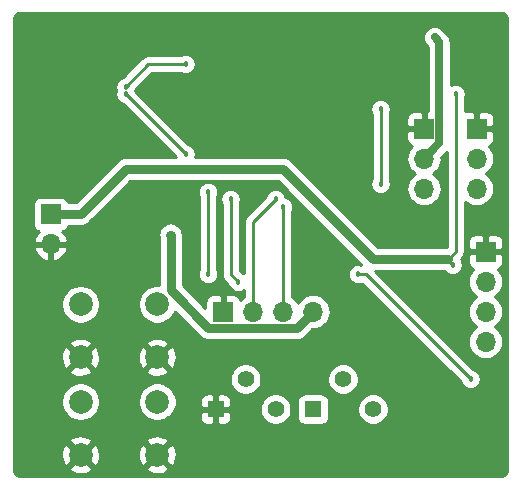
<source format=gbr>
%TF.GenerationSoftware,KiCad,Pcbnew,5.1.4*%
%TF.CreationDate,2019-10-29T20:04:43-05:00*%
%TF.ProjectId,pet_feeder,7065745f-6665-4656-9465-722e6b696361,rev?*%
%TF.SameCoordinates,Original*%
%TF.FileFunction,Copper,L2,Bot*%
%TF.FilePolarity,Positive*%
%FSLAX46Y46*%
G04 Gerber Fmt 4.6, Leading zero omitted, Abs format (unit mm)*
G04 Created by KiCad (PCBNEW 5.1.4) date 2019-10-29 20:04:43*
%MOMM*%
%LPD*%
G04 APERTURE LIST*
%ADD10R,1.700000X1.700000*%
%ADD11O,1.700000X1.700000*%
%ADD12C,2.000000*%
%ADD13C,1.400000*%
%ADD14R,1.400000X1.400000*%
%ADD15C,0.457200*%
%ADD16C,0.762000*%
%ADD17C,0.254000*%
%ADD18C,0.635000*%
G04 APERTURE END LIST*
D10*
X163068000Y-80391000D03*
D11*
X163068000Y-82931000D03*
X163068000Y-85471000D03*
X158623000Y-85471000D03*
X158623000Y-82931000D03*
D10*
X158623000Y-80391000D03*
X127000000Y-87630000D03*
D11*
X127000000Y-90170000D03*
D12*
X129540000Y-99750000D03*
X129540000Y-95250000D03*
X136040000Y-99750000D03*
X136040000Y-95250000D03*
D10*
X141605000Y-95885000D03*
D11*
X144145000Y-95885000D03*
X146685000Y-95885000D03*
X149225000Y-95885000D03*
D13*
X143510000Y-101600000D03*
X146050000Y-104140000D03*
D14*
X140970000Y-104140000D03*
X149225000Y-104140000D03*
D13*
X154305000Y-104140000D03*
X151765000Y-101600000D03*
D12*
X136040000Y-103505000D03*
X136040000Y-108005000D03*
X129540000Y-103505000D03*
X129540000Y-108005000D03*
D11*
X163830000Y-98425000D03*
X163830000Y-95885000D03*
X163830000Y-93345000D03*
D10*
X163830000Y-90805000D03*
D15*
X156035000Y-73025000D03*
X139192000Y-86868000D03*
X125984000Y-71120000D03*
X127000000Y-71120000D03*
X128016000Y-71120000D03*
X129032000Y-71120000D03*
X144272000Y-79248000D03*
X143256000Y-79248000D03*
X145288000Y-79248000D03*
X141224000Y-79248000D03*
X142240000Y-79248000D03*
X144272000Y-77216000D03*
X141224000Y-77216000D03*
X142240000Y-77216000D03*
X143256000Y-77216000D03*
X145288000Y-77216000D03*
X144272000Y-78232000D03*
X145288000Y-80264000D03*
X144272000Y-80264000D03*
X142240000Y-80264000D03*
X144272000Y-81280000D03*
X143256000Y-78232000D03*
X142240000Y-78232000D03*
X145288000Y-78232000D03*
X142240000Y-81280000D03*
X145288000Y-81280000D03*
X143256000Y-80264000D03*
X141224000Y-80264000D03*
X143256000Y-81280000D03*
X141224000Y-78232000D03*
X141224000Y-81280000D03*
X124968000Y-71120000D03*
X159385000Y-104140000D03*
X124460000Y-71628000D03*
X127508000Y-71628000D03*
X128524000Y-71628000D03*
X126492000Y-71628000D03*
X125476000Y-71628000D03*
X129032000Y-72136000D03*
X124968000Y-72136000D03*
X125984000Y-72136000D03*
X127000000Y-72136000D03*
X128016000Y-72136000D03*
X124460000Y-72644000D03*
X127508000Y-72644000D03*
X128524000Y-72644000D03*
X126492000Y-72644000D03*
X125476000Y-72644000D03*
X125984000Y-73152000D03*
X129032000Y-73152000D03*
X127000000Y-73152000D03*
X124968000Y-73152000D03*
X128016000Y-73152000D03*
X125476000Y-73660000D03*
X124460000Y-73660000D03*
X126492000Y-73660000D03*
X127508000Y-73660000D03*
X128524000Y-73660000D03*
X127000000Y-74168000D03*
X129032000Y-74168000D03*
X124968000Y-74168000D03*
X125984000Y-74168000D03*
X128016000Y-74168000D03*
X125476000Y-74676000D03*
X127508000Y-74676000D03*
X126492000Y-74676000D03*
X124460000Y-74676000D03*
X128524000Y-74676000D03*
X124968000Y-77216000D03*
X124460000Y-75692000D03*
X125476000Y-76708000D03*
X125476000Y-75692000D03*
X124968000Y-76200000D03*
X124460000Y-78740000D03*
X124968000Y-75184000D03*
X124460000Y-76708000D03*
X124460000Y-77724000D03*
X125476000Y-78740000D03*
X124968000Y-78232000D03*
X125476000Y-77724000D03*
X124460000Y-80772000D03*
X124460000Y-79756000D03*
X124460000Y-81788000D03*
X124968000Y-81280000D03*
X125476000Y-79756000D03*
X124968000Y-82296000D03*
X125476000Y-80772000D03*
X124968000Y-79248000D03*
X124968000Y-80264000D03*
X124460000Y-82804000D03*
X130048000Y-79248000D03*
X125984000Y-79248000D03*
X127000000Y-80264000D03*
X127000000Y-79248000D03*
X130048000Y-80264000D03*
X126492000Y-79756000D03*
X128016000Y-80264000D03*
X126492000Y-78740000D03*
X129540000Y-78740000D03*
X130556000Y-78740000D03*
X129540000Y-79756000D03*
X128016000Y-79248000D03*
X130556000Y-79756000D03*
X125984000Y-80264000D03*
X129032000Y-80264000D03*
X128524000Y-78740000D03*
X127508000Y-78740000D03*
X128524000Y-79756000D03*
X127508000Y-79756000D03*
X129032000Y-79248000D03*
X131572000Y-78740000D03*
X132588000Y-78740000D03*
X131064000Y-79248000D03*
X132080000Y-79248000D03*
X131572000Y-79756000D03*
X132588000Y-79756000D03*
X132080000Y-80264000D03*
X131064000Y-80264000D03*
X126492000Y-80772000D03*
X127508000Y-80772000D03*
X128524000Y-80772000D03*
X129540000Y-80772000D03*
X130556000Y-80772000D03*
X131572000Y-80772000D03*
X132588000Y-80772000D03*
X132080000Y-81280000D03*
X131064000Y-81280000D03*
X130048000Y-81280000D03*
X129032000Y-81280000D03*
X128016000Y-81280000D03*
X127000000Y-81280000D03*
X125984000Y-81280000D03*
X133350000Y-83820000D03*
X161290000Y-77470000D03*
X161036000Y-91948000D03*
X137153001Y-89350001D03*
X146050000Y-86360000D03*
X146685000Y-86995000D03*
X154940000Y-85090000D03*
X154940000Y-78740000D03*
X159512000Y-72644000D03*
X140335000Y-92710000D03*
X140335000Y-85725000D03*
X138430000Y-74930000D03*
X133350000Y-76835000D03*
X162560000Y-101600000D03*
X153035000Y-92710000D03*
X133350000Y-77470000D03*
X138430000Y-82550000D03*
X142240000Y-86360000D03*
X142875000Y-93345000D03*
D16*
X129540000Y-87630000D02*
X127000000Y-87630000D01*
X133350000Y-83820000D02*
X129540000Y-87630000D01*
X133350000Y-83820000D02*
X146685000Y-83820000D01*
X146685000Y-83820000D02*
X154305000Y-91440000D01*
X154305000Y-91440000D02*
X160655000Y-91440000D01*
D17*
X160655000Y-91567000D02*
X161036000Y-91948000D01*
X160655000Y-91440000D02*
X160655000Y-91567000D01*
X161290000Y-90805000D02*
X160655000Y-91440000D01*
X161290000Y-77470000D02*
X161290000Y-90805000D01*
D16*
X140348599Y-97243001D02*
X137160000Y-94054402D01*
X149225000Y-95885000D02*
X147866999Y-97243001D01*
X147866999Y-97243001D02*
X140348599Y-97243001D01*
X137160000Y-94054402D02*
X137160000Y-89357000D01*
X137160000Y-89357000D02*
X137153001Y-89350001D01*
D17*
X144145000Y-88265000D02*
X146050000Y-86360000D01*
X144145000Y-95885000D02*
X144145000Y-88265000D01*
X146685000Y-86995000D02*
X146685000Y-95885000D01*
X154940000Y-85090000D02*
X154940000Y-78740000D01*
D18*
X159917501Y-73049501D02*
X159512000Y-72644000D01*
X158623000Y-82931000D02*
X159917501Y-81636499D01*
X159917501Y-81636499D02*
X159917501Y-73049501D01*
D17*
X140335000Y-92710000D02*
X140335000Y-85725000D01*
X135255000Y-74930000D02*
X133350000Y-76835000D01*
X138430000Y-74930000D02*
X135255000Y-74930000D01*
X162560000Y-101600000D02*
X153670000Y-92710000D01*
X153670000Y-92710000D02*
X153035000Y-92710000D01*
X133350000Y-77470000D02*
X138430000Y-82550000D01*
X142240000Y-86360000D02*
X142240000Y-92710000D01*
X142240000Y-92710000D02*
X142875000Y-93345000D01*
G36*
X165208109Y-70574005D02*
G01*
X165312101Y-70605402D01*
X165408014Y-70656399D01*
X165492194Y-70725055D01*
X165561440Y-70808758D01*
X165613105Y-70904311D01*
X165645227Y-71008078D01*
X165660000Y-71148641D01*
X165660001Y-109185270D01*
X165645995Y-109328109D01*
X165614599Y-109432099D01*
X165563601Y-109528013D01*
X165494941Y-109612199D01*
X165411243Y-109681439D01*
X165315689Y-109733105D01*
X165211922Y-109765227D01*
X165071359Y-109780000D01*
X124494720Y-109780000D01*
X124351891Y-109765995D01*
X124247901Y-109734599D01*
X124151987Y-109683601D01*
X124067801Y-109614941D01*
X123998561Y-109531243D01*
X123946895Y-109435689D01*
X123914773Y-109331922D01*
X123900000Y-109191359D01*
X123900000Y-109140413D01*
X128584192Y-109140413D01*
X128679956Y-109404814D01*
X128969571Y-109545704D01*
X129281108Y-109627384D01*
X129602595Y-109646718D01*
X129921675Y-109602961D01*
X130226088Y-109497795D01*
X130400044Y-109404814D01*
X130495808Y-109140413D01*
X135084192Y-109140413D01*
X135179956Y-109404814D01*
X135469571Y-109545704D01*
X135781108Y-109627384D01*
X136102595Y-109646718D01*
X136421675Y-109602961D01*
X136726088Y-109497795D01*
X136900044Y-109404814D01*
X136995808Y-109140413D01*
X136040000Y-108184605D01*
X135084192Y-109140413D01*
X130495808Y-109140413D01*
X129540000Y-108184605D01*
X128584192Y-109140413D01*
X123900000Y-109140413D01*
X123900000Y-108067595D01*
X127898282Y-108067595D01*
X127942039Y-108386675D01*
X128047205Y-108691088D01*
X128140186Y-108865044D01*
X128404587Y-108960808D01*
X129360395Y-108005000D01*
X129719605Y-108005000D01*
X130675413Y-108960808D01*
X130939814Y-108865044D01*
X131080704Y-108575429D01*
X131162384Y-108263892D01*
X131174189Y-108067595D01*
X134398282Y-108067595D01*
X134442039Y-108386675D01*
X134547205Y-108691088D01*
X134640186Y-108865044D01*
X134904587Y-108960808D01*
X135860395Y-108005000D01*
X136219605Y-108005000D01*
X137175413Y-108960808D01*
X137439814Y-108865044D01*
X137580704Y-108575429D01*
X137662384Y-108263892D01*
X137681718Y-107942405D01*
X137637961Y-107623325D01*
X137532795Y-107318912D01*
X137439814Y-107144956D01*
X137175413Y-107049192D01*
X136219605Y-108005000D01*
X135860395Y-108005000D01*
X134904587Y-107049192D01*
X134640186Y-107144956D01*
X134499296Y-107434571D01*
X134417616Y-107746108D01*
X134398282Y-108067595D01*
X131174189Y-108067595D01*
X131181718Y-107942405D01*
X131137961Y-107623325D01*
X131032795Y-107318912D01*
X130939814Y-107144956D01*
X130675413Y-107049192D01*
X129719605Y-108005000D01*
X129360395Y-108005000D01*
X128404587Y-107049192D01*
X128140186Y-107144956D01*
X127999296Y-107434571D01*
X127917616Y-107746108D01*
X127898282Y-108067595D01*
X123900000Y-108067595D01*
X123900000Y-106869587D01*
X128584192Y-106869587D01*
X129540000Y-107825395D01*
X130495808Y-106869587D01*
X135084192Y-106869587D01*
X136040000Y-107825395D01*
X136995808Y-106869587D01*
X136900044Y-106605186D01*
X136610429Y-106464296D01*
X136298892Y-106382616D01*
X135977405Y-106363282D01*
X135658325Y-106407039D01*
X135353912Y-106512205D01*
X135179956Y-106605186D01*
X135084192Y-106869587D01*
X130495808Y-106869587D01*
X130400044Y-106605186D01*
X130110429Y-106464296D01*
X129798892Y-106382616D01*
X129477405Y-106363282D01*
X129158325Y-106407039D01*
X128853912Y-106512205D01*
X128679956Y-106605186D01*
X128584192Y-106869587D01*
X123900000Y-106869587D01*
X123900000Y-103343967D01*
X127905000Y-103343967D01*
X127905000Y-103666033D01*
X127967832Y-103981912D01*
X128091082Y-104279463D01*
X128270013Y-104547252D01*
X128497748Y-104774987D01*
X128765537Y-104953918D01*
X129063088Y-105077168D01*
X129378967Y-105140000D01*
X129701033Y-105140000D01*
X130016912Y-105077168D01*
X130314463Y-104953918D01*
X130582252Y-104774987D01*
X130809987Y-104547252D01*
X130988918Y-104279463D01*
X131112168Y-103981912D01*
X131175000Y-103666033D01*
X131175000Y-103343967D01*
X134405000Y-103343967D01*
X134405000Y-103666033D01*
X134467832Y-103981912D01*
X134591082Y-104279463D01*
X134770013Y-104547252D01*
X134997748Y-104774987D01*
X135265537Y-104953918D01*
X135563088Y-105077168D01*
X135878967Y-105140000D01*
X136201033Y-105140000D01*
X136516912Y-105077168D01*
X136814463Y-104953918D01*
X136984953Y-104840000D01*
X139631928Y-104840000D01*
X139644188Y-104964482D01*
X139680498Y-105084180D01*
X139739463Y-105194494D01*
X139818815Y-105291185D01*
X139915506Y-105370537D01*
X140025820Y-105429502D01*
X140145518Y-105465812D01*
X140270000Y-105478072D01*
X140684250Y-105475000D01*
X140843000Y-105316250D01*
X140843000Y-104267000D01*
X141097000Y-104267000D01*
X141097000Y-105316250D01*
X141255750Y-105475000D01*
X141670000Y-105478072D01*
X141794482Y-105465812D01*
X141914180Y-105429502D01*
X142024494Y-105370537D01*
X142121185Y-105291185D01*
X142200537Y-105194494D01*
X142259502Y-105084180D01*
X142295812Y-104964482D01*
X142308072Y-104840000D01*
X142305000Y-104425750D01*
X142146250Y-104267000D01*
X141097000Y-104267000D01*
X140843000Y-104267000D01*
X139793750Y-104267000D01*
X139635000Y-104425750D01*
X139631928Y-104840000D01*
X136984953Y-104840000D01*
X137082252Y-104774987D01*
X137309987Y-104547252D01*
X137488918Y-104279463D01*
X137612168Y-103981912D01*
X137675000Y-103666033D01*
X137675000Y-103440000D01*
X139631928Y-103440000D01*
X139635000Y-103854250D01*
X139793750Y-104013000D01*
X140843000Y-104013000D01*
X140843000Y-102963750D01*
X141097000Y-102963750D01*
X141097000Y-104013000D01*
X142146250Y-104013000D01*
X142150736Y-104008514D01*
X144715000Y-104008514D01*
X144715000Y-104271486D01*
X144766304Y-104529405D01*
X144866939Y-104772359D01*
X145013038Y-104991013D01*
X145198987Y-105176962D01*
X145417641Y-105323061D01*
X145660595Y-105423696D01*
X145918514Y-105475000D01*
X146181486Y-105475000D01*
X146439405Y-105423696D01*
X146682359Y-105323061D01*
X146901013Y-105176962D01*
X147086962Y-104991013D01*
X147233061Y-104772359D01*
X147333696Y-104529405D01*
X147385000Y-104271486D01*
X147385000Y-104008514D01*
X147333696Y-103750595D01*
X147233061Y-103507641D01*
X147187866Y-103440000D01*
X147886928Y-103440000D01*
X147886928Y-104840000D01*
X147899188Y-104964482D01*
X147935498Y-105084180D01*
X147994463Y-105194494D01*
X148073815Y-105291185D01*
X148170506Y-105370537D01*
X148280820Y-105429502D01*
X148400518Y-105465812D01*
X148525000Y-105478072D01*
X149925000Y-105478072D01*
X150049482Y-105465812D01*
X150169180Y-105429502D01*
X150279494Y-105370537D01*
X150376185Y-105291185D01*
X150455537Y-105194494D01*
X150514502Y-105084180D01*
X150550812Y-104964482D01*
X150563072Y-104840000D01*
X150563072Y-104008514D01*
X152970000Y-104008514D01*
X152970000Y-104271486D01*
X153021304Y-104529405D01*
X153121939Y-104772359D01*
X153268038Y-104991013D01*
X153453987Y-105176962D01*
X153672641Y-105323061D01*
X153915595Y-105423696D01*
X154173514Y-105475000D01*
X154436486Y-105475000D01*
X154694405Y-105423696D01*
X154937359Y-105323061D01*
X155156013Y-105176962D01*
X155341962Y-104991013D01*
X155488061Y-104772359D01*
X155588696Y-104529405D01*
X155640000Y-104271486D01*
X155640000Y-104008514D01*
X155588696Y-103750595D01*
X155488061Y-103507641D01*
X155341962Y-103288987D01*
X155156013Y-103103038D01*
X154937359Y-102956939D01*
X154694405Y-102856304D01*
X154436486Y-102805000D01*
X154173514Y-102805000D01*
X153915595Y-102856304D01*
X153672641Y-102956939D01*
X153453987Y-103103038D01*
X153268038Y-103288987D01*
X153121939Y-103507641D01*
X153021304Y-103750595D01*
X152970000Y-104008514D01*
X150563072Y-104008514D01*
X150563072Y-103440000D01*
X150550812Y-103315518D01*
X150514502Y-103195820D01*
X150455537Y-103085506D01*
X150376185Y-102988815D01*
X150279494Y-102909463D01*
X150169180Y-102850498D01*
X150049482Y-102814188D01*
X149925000Y-102801928D01*
X148525000Y-102801928D01*
X148400518Y-102814188D01*
X148280820Y-102850498D01*
X148170506Y-102909463D01*
X148073815Y-102988815D01*
X147994463Y-103085506D01*
X147935498Y-103195820D01*
X147899188Y-103315518D01*
X147886928Y-103440000D01*
X147187866Y-103440000D01*
X147086962Y-103288987D01*
X146901013Y-103103038D01*
X146682359Y-102956939D01*
X146439405Y-102856304D01*
X146181486Y-102805000D01*
X145918514Y-102805000D01*
X145660595Y-102856304D01*
X145417641Y-102956939D01*
X145198987Y-103103038D01*
X145013038Y-103288987D01*
X144866939Y-103507641D01*
X144766304Y-103750595D01*
X144715000Y-104008514D01*
X142150736Y-104008514D01*
X142305000Y-103854250D01*
X142308072Y-103440000D01*
X142295812Y-103315518D01*
X142259502Y-103195820D01*
X142200537Y-103085506D01*
X142121185Y-102988815D01*
X142024494Y-102909463D01*
X141914180Y-102850498D01*
X141794482Y-102814188D01*
X141670000Y-102801928D01*
X141255750Y-102805000D01*
X141097000Y-102963750D01*
X140843000Y-102963750D01*
X140684250Y-102805000D01*
X140270000Y-102801928D01*
X140145518Y-102814188D01*
X140025820Y-102850498D01*
X139915506Y-102909463D01*
X139818815Y-102988815D01*
X139739463Y-103085506D01*
X139680498Y-103195820D01*
X139644188Y-103315518D01*
X139631928Y-103440000D01*
X137675000Y-103440000D01*
X137675000Y-103343967D01*
X137612168Y-103028088D01*
X137488918Y-102730537D01*
X137309987Y-102462748D01*
X137082252Y-102235013D01*
X136814463Y-102056082D01*
X136516912Y-101932832D01*
X136201033Y-101870000D01*
X135878967Y-101870000D01*
X135563088Y-101932832D01*
X135265537Y-102056082D01*
X134997748Y-102235013D01*
X134770013Y-102462748D01*
X134591082Y-102730537D01*
X134467832Y-103028088D01*
X134405000Y-103343967D01*
X131175000Y-103343967D01*
X131112168Y-103028088D01*
X130988918Y-102730537D01*
X130809987Y-102462748D01*
X130582252Y-102235013D01*
X130314463Y-102056082D01*
X130016912Y-101932832D01*
X129701033Y-101870000D01*
X129378967Y-101870000D01*
X129063088Y-101932832D01*
X128765537Y-102056082D01*
X128497748Y-102235013D01*
X128270013Y-102462748D01*
X128091082Y-102730537D01*
X127967832Y-103028088D01*
X127905000Y-103343967D01*
X123900000Y-103343967D01*
X123900000Y-101468514D01*
X142175000Y-101468514D01*
X142175000Y-101731486D01*
X142226304Y-101989405D01*
X142326939Y-102232359D01*
X142473038Y-102451013D01*
X142658987Y-102636962D01*
X142877641Y-102783061D01*
X143120595Y-102883696D01*
X143378514Y-102935000D01*
X143641486Y-102935000D01*
X143899405Y-102883696D01*
X144142359Y-102783061D01*
X144361013Y-102636962D01*
X144546962Y-102451013D01*
X144693061Y-102232359D01*
X144793696Y-101989405D01*
X144845000Y-101731486D01*
X144845000Y-101468514D01*
X150430000Y-101468514D01*
X150430000Y-101731486D01*
X150481304Y-101989405D01*
X150581939Y-102232359D01*
X150728038Y-102451013D01*
X150913987Y-102636962D01*
X151132641Y-102783061D01*
X151375595Y-102883696D01*
X151633514Y-102935000D01*
X151896486Y-102935000D01*
X152154405Y-102883696D01*
X152397359Y-102783061D01*
X152616013Y-102636962D01*
X152801962Y-102451013D01*
X152948061Y-102232359D01*
X153048696Y-101989405D01*
X153100000Y-101731486D01*
X153100000Y-101468514D01*
X153048696Y-101210595D01*
X152948061Y-100967641D01*
X152801962Y-100748987D01*
X152616013Y-100563038D01*
X152397359Y-100416939D01*
X152154405Y-100316304D01*
X151896486Y-100265000D01*
X151633514Y-100265000D01*
X151375595Y-100316304D01*
X151132641Y-100416939D01*
X150913987Y-100563038D01*
X150728038Y-100748987D01*
X150581939Y-100967641D01*
X150481304Y-101210595D01*
X150430000Y-101468514D01*
X144845000Y-101468514D01*
X144793696Y-101210595D01*
X144693061Y-100967641D01*
X144546962Y-100748987D01*
X144361013Y-100563038D01*
X144142359Y-100416939D01*
X143899405Y-100316304D01*
X143641486Y-100265000D01*
X143378514Y-100265000D01*
X143120595Y-100316304D01*
X142877641Y-100416939D01*
X142658987Y-100563038D01*
X142473038Y-100748987D01*
X142326939Y-100967641D01*
X142226304Y-101210595D01*
X142175000Y-101468514D01*
X123900000Y-101468514D01*
X123900000Y-100885413D01*
X128584192Y-100885413D01*
X128679956Y-101149814D01*
X128969571Y-101290704D01*
X129281108Y-101372384D01*
X129602595Y-101391718D01*
X129921675Y-101347961D01*
X130226088Y-101242795D01*
X130400044Y-101149814D01*
X130495808Y-100885413D01*
X135084192Y-100885413D01*
X135179956Y-101149814D01*
X135469571Y-101290704D01*
X135781108Y-101372384D01*
X136102595Y-101391718D01*
X136421675Y-101347961D01*
X136726088Y-101242795D01*
X136900044Y-101149814D01*
X136995808Y-100885413D01*
X136040000Y-99929605D01*
X135084192Y-100885413D01*
X130495808Y-100885413D01*
X129540000Y-99929605D01*
X128584192Y-100885413D01*
X123900000Y-100885413D01*
X123900000Y-99812595D01*
X127898282Y-99812595D01*
X127942039Y-100131675D01*
X128047205Y-100436088D01*
X128140186Y-100610044D01*
X128404587Y-100705808D01*
X129360395Y-99750000D01*
X129719605Y-99750000D01*
X130675413Y-100705808D01*
X130939814Y-100610044D01*
X131080704Y-100320429D01*
X131162384Y-100008892D01*
X131174189Y-99812595D01*
X134398282Y-99812595D01*
X134442039Y-100131675D01*
X134547205Y-100436088D01*
X134640186Y-100610044D01*
X134904587Y-100705808D01*
X135860395Y-99750000D01*
X136219605Y-99750000D01*
X137175413Y-100705808D01*
X137439814Y-100610044D01*
X137580704Y-100320429D01*
X137662384Y-100008892D01*
X137681718Y-99687405D01*
X137637961Y-99368325D01*
X137532795Y-99063912D01*
X137439814Y-98889956D01*
X137175413Y-98794192D01*
X136219605Y-99750000D01*
X135860395Y-99750000D01*
X134904587Y-98794192D01*
X134640186Y-98889956D01*
X134499296Y-99179571D01*
X134417616Y-99491108D01*
X134398282Y-99812595D01*
X131174189Y-99812595D01*
X131181718Y-99687405D01*
X131137961Y-99368325D01*
X131032795Y-99063912D01*
X130939814Y-98889956D01*
X130675413Y-98794192D01*
X129719605Y-99750000D01*
X129360395Y-99750000D01*
X128404587Y-98794192D01*
X128140186Y-98889956D01*
X127999296Y-99179571D01*
X127917616Y-99491108D01*
X127898282Y-99812595D01*
X123900000Y-99812595D01*
X123900000Y-98614587D01*
X128584192Y-98614587D01*
X129540000Y-99570395D01*
X130495808Y-98614587D01*
X135084192Y-98614587D01*
X136040000Y-99570395D01*
X136995808Y-98614587D01*
X136900044Y-98350186D01*
X136610429Y-98209296D01*
X136298892Y-98127616D01*
X135977405Y-98108282D01*
X135658325Y-98152039D01*
X135353912Y-98257205D01*
X135179956Y-98350186D01*
X135084192Y-98614587D01*
X130495808Y-98614587D01*
X130400044Y-98350186D01*
X130110429Y-98209296D01*
X129798892Y-98127616D01*
X129477405Y-98108282D01*
X129158325Y-98152039D01*
X128853912Y-98257205D01*
X128679956Y-98350186D01*
X128584192Y-98614587D01*
X123900000Y-98614587D01*
X123900000Y-95088967D01*
X127905000Y-95088967D01*
X127905000Y-95411033D01*
X127967832Y-95726912D01*
X128091082Y-96024463D01*
X128270013Y-96292252D01*
X128497748Y-96519987D01*
X128765537Y-96698918D01*
X129063088Y-96822168D01*
X129378967Y-96885000D01*
X129701033Y-96885000D01*
X130016912Y-96822168D01*
X130314463Y-96698918D01*
X130582252Y-96519987D01*
X130809987Y-96292252D01*
X130988918Y-96024463D01*
X131112168Y-95726912D01*
X131175000Y-95411033D01*
X131175000Y-95088967D01*
X134405000Y-95088967D01*
X134405000Y-95411033D01*
X134467832Y-95726912D01*
X134591082Y-96024463D01*
X134770013Y-96292252D01*
X134997748Y-96519987D01*
X135265537Y-96698918D01*
X135563088Y-96822168D01*
X135878967Y-96885000D01*
X136201033Y-96885000D01*
X136516912Y-96822168D01*
X136814463Y-96698918D01*
X137082252Y-96519987D01*
X137309987Y-96292252D01*
X137488918Y-96024463D01*
X137548757Y-95879999D01*
X139594891Y-97926134D01*
X139626703Y-97964897D01*
X139781409Y-98091861D01*
X139957912Y-98186203D01*
X140149428Y-98244299D01*
X140348599Y-98263916D01*
X140398501Y-98259001D01*
X147817097Y-98259001D01*
X147866999Y-98263916D01*
X147916901Y-98259001D01*
X148066170Y-98244299D01*
X148257686Y-98186203D01*
X148434189Y-98091861D01*
X148588895Y-97964897D01*
X148620711Y-97926129D01*
X149176840Y-97370000D01*
X149297950Y-97370000D01*
X149516111Y-97348513D01*
X149796034Y-97263599D01*
X150054014Y-97125706D01*
X150280134Y-96940134D01*
X150465706Y-96714014D01*
X150603599Y-96456034D01*
X150688513Y-96176111D01*
X150717185Y-95885000D01*
X150688513Y-95593889D01*
X150603599Y-95313966D01*
X150465706Y-95055986D01*
X150280134Y-94829866D01*
X150054014Y-94644294D01*
X149796034Y-94506401D01*
X149516111Y-94421487D01*
X149297950Y-94400000D01*
X149152050Y-94400000D01*
X148933889Y-94421487D01*
X148653966Y-94506401D01*
X148395986Y-94644294D01*
X148169866Y-94829866D01*
X147984294Y-95055986D01*
X147955000Y-95110791D01*
X147925706Y-95055986D01*
X147740134Y-94829866D01*
X147514014Y-94644294D01*
X147447000Y-94608474D01*
X147447000Y-87409026D01*
X147450313Y-87404068D01*
X147515413Y-87246903D01*
X147548600Y-87080057D01*
X147548600Y-86909943D01*
X147515413Y-86743097D01*
X147450313Y-86585932D01*
X147355802Y-86444487D01*
X147235513Y-86324198D01*
X147094068Y-86229687D01*
X146936903Y-86164587D01*
X146889785Y-86155215D01*
X146880413Y-86108097D01*
X146815313Y-85950932D01*
X146720802Y-85809487D01*
X146600513Y-85689198D01*
X146459068Y-85594687D01*
X146301903Y-85529587D01*
X146135057Y-85496400D01*
X145964943Y-85496400D01*
X145798097Y-85529587D01*
X145640932Y-85594687D01*
X145499487Y-85689198D01*
X145379198Y-85809487D01*
X145284687Y-85950932D01*
X145219587Y-86108097D01*
X145218424Y-86113945D01*
X143632649Y-87699721D01*
X143603579Y-87723578D01*
X143579722Y-87752648D01*
X143579721Y-87752649D01*
X143508355Y-87839608D01*
X143437599Y-87971985D01*
X143394027Y-88115622D01*
X143379314Y-88265000D01*
X143383001Y-88302433D01*
X143383000Y-92645792D01*
X143284068Y-92579687D01*
X143126903Y-92514587D01*
X143121053Y-92513423D01*
X143002000Y-92394370D01*
X143002000Y-86774026D01*
X143005313Y-86769068D01*
X143070413Y-86611903D01*
X143103600Y-86445057D01*
X143103600Y-86274943D01*
X143070413Y-86108097D01*
X143005313Y-85950932D01*
X142910802Y-85809487D01*
X142790513Y-85689198D01*
X142649068Y-85594687D01*
X142491903Y-85529587D01*
X142325057Y-85496400D01*
X142154943Y-85496400D01*
X141988097Y-85529587D01*
X141830932Y-85594687D01*
X141689487Y-85689198D01*
X141569198Y-85809487D01*
X141474687Y-85950932D01*
X141409587Y-86108097D01*
X141376400Y-86274943D01*
X141376400Y-86445057D01*
X141409587Y-86611903D01*
X141474687Y-86769068D01*
X141478000Y-86774026D01*
X141478001Y-92672567D01*
X141474314Y-92710000D01*
X141489027Y-92859378D01*
X141532599Y-93003015D01*
X141603355Y-93135392D01*
X141652784Y-93195621D01*
X141698579Y-93251422D01*
X141727649Y-93275279D01*
X142043423Y-93591053D01*
X142044587Y-93596903D01*
X142109687Y-93754068D01*
X142204198Y-93895513D01*
X142324487Y-94015802D01*
X142465932Y-94110313D01*
X142623097Y-94175413D01*
X142789943Y-94208600D01*
X142960057Y-94208600D01*
X143126903Y-94175413D01*
X143284068Y-94110313D01*
X143383000Y-94044208D01*
X143383000Y-94608474D01*
X143315986Y-94644294D01*
X143089866Y-94829866D01*
X143065393Y-94859687D01*
X143044502Y-94790820D01*
X142985537Y-94680506D01*
X142906185Y-94583815D01*
X142809494Y-94504463D01*
X142699180Y-94445498D01*
X142579482Y-94409188D01*
X142455000Y-94396928D01*
X141890750Y-94400000D01*
X141732000Y-94558750D01*
X141732000Y-95758000D01*
X141752000Y-95758000D01*
X141752000Y-96012000D01*
X141732000Y-96012000D01*
X141732000Y-96032000D01*
X141478000Y-96032000D01*
X141478000Y-96012000D01*
X141458000Y-96012000D01*
X141458000Y-95758000D01*
X141478000Y-95758000D01*
X141478000Y-94558750D01*
X141319250Y-94400000D01*
X140755000Y-94396928D01*
X140630518Y-94409188D01*
X140510820Y-94445498D01*
X140400506Y-94504463D01*
X140303815Y-94583815D01*
X140224463Y-94680506D01*
X140165498Y-94790820D01*
X140129188Y-94910518D01*
X140116928Y-95035000D01*
X140119881Y-95577443D01*
X138176000Y-93633562D01*
X138176000Y-89406901D01*
X138180915Y-89356999D01*
X138161298Y-89157830D01*
X138159175Y-89150831D01*
X138103202Y-88966313D01*
X138008860Y-88789810D01*
X137881896Y-88635104D01*
X137843127Y-88603287D01*
X137836135Y-88596295D01*
X137720190Y-88501142D01*
X137543688Y-88406800D01*
X137352171Y-88348703D01*
X137153001Y-88329086D01*
X136953831Y-88348703D01*
X136762314Y-88406800D01*
X136585812Y-88501142D01*
X136431106Y-88628106D01*
X136304142Y-88782812D01*
X136209800Y-88959314D01*
X136151703Y-89150831D01*
X136132086Y-89350001D01*
X136144001Y-89470973D01*
X136144000Y-93615000D01*
X135878967Y-93615000D01*
X135563088Y-93677832D01*
X135265537Y-93801082D01*
X134997748Y-93980013D01*
X134770013Y-94207748D01*
X134591082Y-94475537D01*
X134467832Y-94773088D01*
X134405000Y-95088967D01*
X131175000Y-95088967D01*
X131112168Y-94773088D01*
X130988918Y-94475537D01*
X130809987Y-94207748D01*
X130582252Y-93980013D01*
X130314463Y-93801082D01*
X130016912Y-93677832D01*
X129701033Y-93615000D01*
X129378967Y-93615000D01*
X129063088Y-93677832D01*
X128765537Y-93801082D01*
X128497748Y-93980013D01*
X128270013Y-94207748D01*
X128091082Y-94475537D01*
X127967832Y-94773088D01*
X127905000Y-95088967D01*
X123900000Y-95088967D01*
X123900000Y-90526890D01*
X125558524Y-90526890D01*
X125603175Y-90674099D01*
X125728359Y-90936920D01*
X125902412Y-91170269D01*
X126118645Y-91365178D01*
X126368748Y-91514157D01*
X126643109Y-91611481D01*
X126873000Y-91490814D01*
X126873000Y-90297000D01*
X127127000Y-90297000D01*
X127127000Y-91490814D01*
X127356891Y-91611481D01*
X127631252Y-91514157D01*
X127881355Y-91365178D01*
X128097588Y-91170269D01*
X128271641Y-90936920D01*
X128396825Y-90674099D01*
X128441476Y-90526890D01*
X128320155Y-90297000D01*
X127127000Y-90297000D01*
X126873000Y-90297000D01*
X125679845Y-90297000D01*
X125558524Y-90526890D01*
X123900000Y-90526890D01*
X123900000Y-86780000D01*
X125511928Y-86780000D01*
X125511928Y-88480000D01*
X125524188Y-88604482D01*
X125560498Y-88724180D01*
X125619463Y-88834494D01*
X125698815Y-88931185D01*
X125795506Y-89010537D01*
X125905820Y-89069502D01*
X125986466Y-89093966D01*
X125902412Y-89169731D01*
X125728359Y-89403080D01*
X125603175Y-89665901D01*
X125558524Y-89813110D01*
X125679845Y-90043000D01*
X126873000Y-90043000D01*
X126873000Y-90023000D01*
X127127000Y-90023000D01*
X127127000Y-90043000D01*
X128320155Y-90043000D01*
X128441476Y-89813110D01*
X128396825Y-89665901D01*
X128271641Y-89403080D01*
X128097588Y-89169731D01*
X128013534Y-89093966D01*
X128094180Y-89069502D01*
X128204494Y-89010537D01*
X128301185Y-88931185D01*
X128380537Y-88834494D01*
X128439502Y-88724180D01*
X128463218Y-88646000D01*
X129490098Y-88646000D01*
X129540000Y-88650915D01*
X129589902Y-88646000D01*
X129739171Y-88631298D01*
X129930687Y-88573202D01*
X130107190Y-88478860D01*
X130261896Y-88351896D01*
X130293712Y-88313128D01*
X132966897Y-85639943D01*
X139471400Y-85639943D01*
X139471400Y-85810057D01*
X139504587Y-85976903D01*
X139569687Y-86134068D01*
X139573001Y-86139028D01*
X139573000Y-92295974D01*
X139569687Y-92300932D01*
X139504587Y-92458097D01*
X139471400Y-92624943D01*
X139471400Y-92795057D01*
X139504587Y-92961903D01*
X139569687Y-93119068D01*
X139664198Y-93260513D01*
X139784487Y-93380802D01*
X139925932Y-93475313D01*
X140083097Y-93540413D01*
X140249943Y-93573600D01*
X140420057Y-93573600D01*
X140586903Y-93540413D01*
X140744068Y-93475313D01*
X140885513Y-93380802D01*
X141005802Y-93260513D01*
X141100313Y-93119068D01*
X141165413Y-92961903D01*
X141198600Y-92795057D01*
X141198600Y-92624943D01*
X141165413Y-92458097D01*
X141100313Y-92300932D01*
X141097000Y-92295974D01*
X141097000Y-86139026D01*
X141100313Y-86134068D01*
X141165413Y-85976903D01*
X141198600Y-85810057D01*
X141198600Y-85639943D01*
X141165413Y-85473097D01*
X141100313Y-85315932D01*
X141005802Y-85174487D01*
X140885513Y-85054198D01*
X140744068Y-84959687D01*
X140586903Y-84894587D01*
X140420057Y-84861400D01*
X140249943Y-84861400D01*
X140083097Y-84894587D01*
X139925932Y-84959687D01*
X139784487Y-85054198D01*
X139664198Y-85174487D01*
X139569687Y-85315932D01*
X139504587Y-85473097D01*
X139471400Y-85639943D01*
X132966897Y-85639943D01*
X133770841Y-84836000D01*
X146264160Y-84836000D01*
X153322484Y-91894325D01*
X153286903Y-91879587D01*
X153120057Y-91846400D01*
X152949943Y-91846400D01*
X152783097Y-91879587D01*
X152625932Y-91944687D01*
X152484487Y-92039198D01*
X152364198Y-92159487D01*
X152269687Y-92300932D01*
X152204587Y-92458097D01*
X152171400Y-92624943D01*
X152171400Y-92795057D01*
X152204587Y-92961903D01*
X152269687Y-93119068D01*
X152364198Y-93260513D01*
X152484487Y-93380802D01*
X152625932Y-93475313D01*
X152783097Y-93540413D01*
X152949943Y-93573600D01*
X153120057Y-93573600D01*
X153286903Y-93540413D01*
X153382985Y-93500615D01*
X161728423Y-101846053D01*
X161729587Y-101851903D01*
X161794687Y-102009068D01*
X161889198Y-102150513D01*
X162009487Y-102270802D01*
X162150932Y-102365313D01*
X162308097Y-102430413D01*
X162474943Y-102463600D01*
X162645057Y-102463600D01*
X162811903Y-102430413D01*
X162969068Y-102365313D01*
X163110513Y-102270802D01*
X163230802Y-102150513D01*
X163325313Y-102009068D01*
X163390413Y-101851903D01*
X163423600Y-101685057D01*
X163423600Y-101514943D01*
X163390413Y-101348097D01*
X163325313Y-101190932D01*
X163230802Y-101049487D01*
X163110513Y-100929198D01*
X162969068Y-100834687D01*
X162811903Y-100769587D01*
X162806053Y-100768423D01*
X155382630Y-93345000D01*
X162337815Y-93345000D01*
X162366487Y-93636111D01*
X162451401Y-93916034D01*
X162589294Y-94174014D01*
X162774866Y-94400134D01*
X163000986Y-94585706D01*
X163055791Y-94615000D01*
X163000986Y-94644294D01*
X162774866Y-94829866D01*
X162589294Y-95055986D01*
X162451401Y-95313966D01*
X162366487Y-95593889D01*
X162337815Y-95885000D01*
X162366487Y-96176111D01*
X162451401Y-96456034D01*
X162589294Y-96714014D01*
X162774866Y-96940134D01*
X163000986Y-97125706D01*
X163055791Y-97155000D01*
X163000986Y-97184294D01*
X162774866Y-97369866D01*
X162589294Y-97595986D01*
X162451401Y-97853966D01*
X162366487Y-98133889D01*
X162337815Y-98425000D01*
X162366487Y-98716111D01*
X162451401Y-98996034D01*
X162589294Y-99254014D01*
X162774866Y-99480134D01*
X163000986Y-99665706D01*
X163258966Y-99803599D01*
X163538889Y-99888513D01*
X163757050Y-99910000D01*
X163902950Y-99910000D01*
X164121111Y-99888513D01*
X164401034Y-99803599D01*
X164659014Y-99665706D01*
X164885134Y-99480134D01*
X165070706Y-99254014D01*
X165208599Y-98996034D01*
X165293513Y-98716111D01*
X165322185Y-98425000D01*
X165293513Y-98133889D01*
X165208599Y-97853966D01*
X165070706Y-97595986D01*
X164885134Y-97369866D01*
X164659014Y-97184294D01*
X164604209Y-97155000D01*
X164659014Y-97125706D01*
X164885134Y-96940134D01*
X165070706Y-96714014D01*
X165208599Y-96456034D01*
X165293513Y-96176111D01*
X165322185Y-95885000D01*
X165293513Y-95593889D01*
X165208599Y-95313966D01*
X165070706Y-95055986D01*
X164885134Y-94829866D01*
X164659014Y-94644294D01*
X164604209Y-94615000D01*
X164659014Y-94585706D01*
X164885134Y-94400134D01*
X165070706Y-94174014D01*
X165208599Y-93916034D01*
X165293513Y-93636111D01*
X165322185Y-93345000D01*
X165293513Y-93053889D01*
X165208599Y-92773966D01*
X165070706Y-92515986D01*
X164885134Y-92289866D01*
X164855313Y-92265393D01*
X164924180Y-92244502D01*
X165034494Y-92185537D01*
X165131185Y-92106185D01*
X165210537Y-92009494D01*
X165269502Y-91899180D01*
X165305812Y-91779482D01*
X165318072Y-91655000D01*
X165315000Y-91090750D01*
X165156250Y-90932000D01*
X163957000Y-90932000D01*
X163957000Y-90952000D01*
X163703000Y-90952000D01*
X163703000Y-90932000D01*
X162503750Y-90932000D01*
X162345000Y-91090750D01*
X162341928Y-91655000D01*
X162354188Y-91779482D01*
X162390498Y-91899180D01*
X162449463Y-92009494D01*
X162528815Y-92106185D01*
X162625506Y-92185537D01*
X162735820Y-92244502D01*
X162804687Y-92265393D01*
X162774866Y-92289866D01*
X162589294Y-92515986D01*
X162451401Y-92773966D01*
X162366487Y-93053889D01*
X162337815Y-93345000D01*
X155382630Y-93345000D01*
X154493630Y-92456000D01*
X160336792Y-92456000D01*
X160365198Y-92498513D01*
X160485487Y-92618802D01*
X160626932Y-92713313D01*
X160784097Y-92778413D01*
X160950943Y-92811600D01*
X161121057Y-92811600D01*
X161287903Y-92778413D01*
X161445068Y-92713313D01*
X161586513Y-92618802D01*
X161706802Y-92498513D01*
X161801313Y-92357068D01*
X161866413Y-92199903D01*
X161899600Y-92033057D01*
X161899600Y-91862943D01*
X161866413Y-91696097D01*
X161801313Y-91538932D01*
X161734176Y-91438454D01*
X161802346Y-91370284D01*
X161831422Y-91346422D01*
X161918080Y-91240829D01*
X161926645Y-91230393D01*
X161974101Y-91141608D01*
X161997402Y-91098015D01*
X162040974Y-90954378D01*
X162052000Y-90842426D01*
X162052000Y-90842423D01*
X162055686Y-90805000D01*
X162052000Y-90767577D01*
X162052000Y-89955000D01*
X162341928Y-89955000D01*
X162345000Y-90519250D01*
X162503750Y-90678000D01*
X163703000Y-90678000D01*
X163703000Y-89478750D01*
X163957000Y-89478750D01*
X163957000Y-90678000D01*
X165156250Y-90678000D01*
X165315000Y-90519250D01*
X165318072Y-89955000D01*
X165305812Y-89830518D01*
X165269502Y-89710820D01*
X165210537Y-89600506D01*
X165131185Y-89503815D01*
X165034494Y-89424463D01*
X164924180Y-89365498D01*
X164804482Y-89329188D01*
X164680000Y-89316928D01*
X164115750Y-89320000D01*
X163957000Y-89478750D01*
X163703000Y-89478750D01*
X163544250Y-89320000D01*
X162980000Y-89316928D01*
X162855518Y-89329188D01*
X162735820Y-89365498D01*
X162625506Y-89424463D01*
X162528815Y-89503815D01*
X162449463Y-89600506D01*
X162390498Y-89710820D01*
X162354188Y-89830518D01*
X162341928Y-89955000D01*
X162052000Y-89955000D01*
X162052000Y-86558250D01*
X162238986Y-86711706D01*
X162496966Y-86849599D01*
X162776889Y-86934513D01*
X162995050Y-86956000D01*
X163140950Y-86956000D01*
X163359111Y-86934513D01*
X163639034Y-86849599D01*
X163897014Y-86711706D01*
X164123134Y-86526134D01*
X164308706Y-86300014D01*
X164446599Y-86042034D01*
X164531513Y-85762111D01*
X164560185Y-85471000D01*
X164531513Y-85179889D01*
X164446599Y-84899966D01*
X164308706Y-84641986D01*
X164123134Y-84415866D01*
X163897014Y-84230294D01*
X163842209Y-84201000D01*
X163897014Y-84171706D01*
X164123134Y-83986134D01*
X164308706Y-83760014D01*
X164446599Y-83502034D01*
X164531513Y-83222111D01*
X164560185Y-82931000D01*
X164531513Y-82639889D01*
X164446599Y-82359966D01*
X164308706Y-82101986D01*
X164123134Y-81875866D01*
X164093313Y-81851393D01*
X164162180Y-81830502D01*
X164272494Y-81771537D01*
X164369185Y-81692185D01*
X164448537Y-81595494D01*
X164507502Y-81485180D01*
X164543812Y-81365482D01*
X164556072Y-81241000D01*
X164553000Y-80676750D01*
X164394250Y-80518000D01*
X163195000Y-80518000D01*
X163195000Y-80538000D01*
X162941000Y-80538000D01*
X162941000Y-80518000D01*
X162921000Y-80518000D01*
X162921000Y-80264000D01*
X162941000Y-80264000D01*
X162941000Y-79064750D01*
X163195000Y-79064750D01*
X163195000Y-80264000D01*
X164394250Y-80264000D01*
X164553000Y-80105250D01*
X164556072Y-79541000D01*
X164543812Y-79416518D01*
X164507502Y-79296820D01*
X164448537Y-79186506D01*
X164369185Y-79089815D01*
X164272494Y-79010463D01*
X164162180Y-78951498D01*
X164042482Y-78915188D01*
X163918000Y-78902928D01*
X163353750Y-78906000D01*
X163195000Y-79064750D01*
X162941000Y-79064750D01*
X162782250Y-78906000D01*
X162218000Y-78902928D01*
X162093518Y-78915188D01*
X162052000Y-78927782D01*
X162052000Y-77884026D01*
X162055313Y-77879068D01*
X162120413Y-77721903D01*
X162153600Y-77555057D01*
X162153600Y-77384943D01*
X162120413Y-77218097D01*
X162055313Y-77060932D01*
X161960802Y-76919487D01*
X161840513Y-76799198D01*
X161699068Y-76704687D01*
X161541903Y-76639587D01*
X161375057Y-76606400D01*
X161204943Y-76606400D01*
X161038097Y-76639587D01*
X160880932Y-76704687D01*
X160870001Y-76711991D01*
X160870001Y-73096285D01*
X160874609Y-73049500D01*
X160856218Y-72862778D01*
X160846494Y-72830722D01*
X160801753Y-72683232D01*
X160713307Y-72517760D01*
X160594279Y-72372723D01*
X160557932Y-72342894D01*
X160152437Y-71937399D01*
X160043740Y-71848194D01*
X159878269Y-71759749D01*
X159698722Y-71705283D01*
X159512000Y-71686892D01*
X159325278Y-71705283D01*
X159145731Y-71759749D01*
X158980260Y-71848194D01*
X158835223Y-71967223D01*
X158716194Y-72112260D01*
X158627749Y-72277731D01*
X158573283Y-72457278D01*
X158554892Y-72644000D01*
X158573283Y-72830722D01*
X158627749Y-73010269D01*
X158716194Y-73175740D01*
X158805399Y-73284437D01*
X158965002Y-73444040D01*
X158965001Y-78905694D01*
X158908750Y-78906000D01*
X158750000Y-79064750D01*
X158750000Y-80264000D01*
X158770000Y-80264000D01*
X158770000Y-80518000D01*
X158750000Y-80518000D01*
X158750000Y-80538000D01*
X158496000Y-80538000D01*
X158496000Y-80518000D01*
X157296750Y-80518000D01*
X157138000Y-80676750D01*
X157134928Y-81241000D01*
X157147188Y-81365482D01*
X157183498Y-81485180D01*
X157242463Y-81595494D01*
X157321815Y-81692185D01*
X157418506Y-81771537D01*
X157528820Y-81830502D01*
X157597687Y-81851393D01*
X157567866Y-81875866D01*
X157382294Y-82101986D01*
X157244401Y-82359966D01*
X157159487Y-82639889D01*
X157130815Y-82931000D01*
X157159487Y-83222111D01*
X157244401Y-83502034D01*
X157382294Y-83760014D01*
X157567866Y-83986134D01*
X157793986Y-84171706D01*
X157848791Y-84201000D01*
X157793986Y-84230294D01*
X157567866Y-84415866D01*
X157382294Y-84641986D01*
X157244401Y-84899966D01*
X157159487Y-85179889D01*
X157130815Y-85471000D01*
X157159487Y-85762111D01*
X157244401Y-86042034D01*
X157382294Y-86300014D01*
X157567866Y-86526134D01*
X157793986Y-86711706D01*
X158051966Y-86849599D01*
X158331889Y-86934513D01*
X158550050Y-86956000D01*
X158695950Y-86956000D01*
X158914111Y-86934513D01*
X159194034Y-86849599D01*
X159452014Y-86711706D01*
X159678134Y-86526134D01*
X159863706Y-86300014D01*
X160001599Y-86042034D01*
X160086513Y-85762111D01*
X160115185Y-85471000D01*
X160086513Y-85179889D01*
X160001599Y-84899966D01*
X159863706Y-84641986D01*
X159678134Y-84415866D01*
X159452014Y-84230294D01*
X159397209Y-84201000D01*
X159452014Y-84171706D01*
X159678134Y-83986134D01*
X159863706Y-83760014D01*
X160001599Y-83502034D01*
X160086513Y-83222111D01*
X160115185Y-82931000D01*
X160102171Y-82798868D01*
X160528000Y-82373039D01*
X160528001Y-90424000D01*
X154725841Y-90424000D01*
X147438712Y-83136872D01*
X147406896Y-83098104D01*
X147252190Y-82971140D01*
X147075687Y-82876798D01*
X146884171Y-82818702D01*
X146734902Y-82804000D01*
X146685000Y-82799085D01*
X146635098Y-82804000D01*
X139259544Y-82804000D01*
X139260413Y-82801903D01*
X139293600Y-82635057D01*
X139293600Y-82464943D01*
X139260413Y-82298097D01*
X139195313Y-82140932D01*
X139100802Y-81999487D01*
X138980513Y-81879198D01*
X138839068Y-81784687D01*
X138681903Y-81719587D01*
X138676055Y-81718424D01*
X135612574Y-78654943D01*
X154076400Y-78654943D01*
X154076400Y-78825057D01*
X154109587Y-78991903D01*
X154174687Y-79149068D01*
X154178001Y-79154028D01*
X154178000Y-84675974D01*
X154174687Y-84680932D01*
X154109587Y-84838097D01*
X154076400Y-85004943D01*
X154076400Y-85175057D01*
X154109587Y-85341903D01*
X154174687Y-85499068D01*
X154269198Y-85640513D01*
X154389487Y-85760802D01*
X154530932Y-85855313D01*
X154688097Y-85920413D01*
X154854943Y-85953600D01*
X155025057Y-85953600D01*
X155191903Y-85920413D01*
X155349068Y-85855313D01*
X155490513Y-85760802D01*
X155610802Y-85640513D01*
X155705313Y-85499068D01*
X155770413Y-85341903D01*
X155803600Y-85175057D01*
X155803600Y-85004943D01*
X155770413Y-84838097D01*
X155705313Y-84680932D01*
X155702000Y-84675974D01*
X155702000Y-79541000D01*
X157134928Y-79541000D01*
X157138000Y-80105250D01*
X157296750Y-80264000D01*
X158496000Y-80264000D01*
X158496000Y-79064750D01*
X158337250Y-78906000D01*
X157773000Y-78902928D01*
X157648518Y-78915188D01*
X157528820Y-78951498D01*
X157418506Y-79010463D01*
X157321815Y-79089815D01*
X157242463Y-79186506D01*
X157183498Y-79296820D01*
X157147188Y-79416518D01*
X157134928Y-79541000D01*
X155702000Y-79541000D01*
X155702000Y-79154026D01*
X155705313Y-79149068D01*
X155770413Y-78991903D01*
X155803600Y-78825057D01*
X155803600Y-78654943D01*
X155770413Y-78488097D01*
X155705313Y-78330932D01*
X155610802Y-78189487D01*
X155490513Y-78069198D01*
X155349068Y-77974687D01*
X155191903Y-77909587D01*
X155025057Y-77876400D01*
X154854943Y-77876400D01*
X154688097Y-77909587D01*
X154530932Y-77974687D01*
X154389487Y-78069198D01*
X154269198Y-78189487D01*
X154174687Y-78330932D01*
X154109587Y-78488097D01*
X154076400Y-78654943D01*
X135612574Y-78654943D01*
X134181576Y-77223946D01*
X134180413Y-77218097D01*
X134153242Y-77152500D01*
X134180413Y-77086903D01*
X134181576Y-77081054D01*
X135570631Y-75692000D01*
X138015974Y-75692000D01*
X138020932Y-75695313D01*
X138178097Y-75760413D01*
X138344943Y-75793600D01*
X138515057Y-75793600D01*
X138681903Y-75760413D01*
X138839068Y-75695313D01*
X138980513Y-75600802D01*
X139100802Y-75480513D01*
X139195313Y-75339068D01*
X139260413Y-75181903D01*
X139293600Y-75015057D01*
X139293600Y-74844943D01*
X139260413Y-74678097D01*
X139195313Y-74520932D01*
X139100802Y-74379487D01*
X138980513Y-74259198D01*
X138839068Y-74164687D01*
X138681903Y-74099587D01*
X138515057Y-74066400D01*
X138344943Y-74066400D01*
X138178097Y-74099587D01*
X138020932Y-74164687D01*
X138015974Y-74168000D01*
X135292423Y-74168000D01*
X135255000Y-74164314D01*
X135217577Y-74168000D01*
X135217574Y-74168000D01*
X135105622Y-74179026D01*
X134961985Y-74222598D01*
X134900364Y-74255535D01*
X134829607Y-74293355D01*
X134746904Y-74361228D01*
X134713578Y-74388578D01*
X134689721Y-74417648D01*
X133103946Y-76003424D01*
X133098097Y-76004587D01*
X132940932Y-76069687D01*
X132799487Y-76164198D01*
X132679198Y-76284487D01*
X132584687Y-76425932D01*
X132519587Y-76583097D01*
X132486400Y-76749943D01*
X132486400Y-76920057D01*
X132519587Y-77086903D01*
X132546758Y-77152500D01*
X132519587Y-77218097D01*
X132486400Y-77384943D01*
X132486400Y-77555057D01*
X132519587Y-77721903D01*
X132584687Y-77879068D01*
X132679198Y-78020513D01*
X132799487Y-78140802D01*
X132940932Y-78235313D01*
X133098097Y-78300413D01*
X133103946Y-78301576D01*
X137598424Y-82796055D01*
X137599587Y-82801903D01*
X137600456Y-82804000D01*
X133399902Y-82804000D01*
X133350000Y-82799085D01*
X133300098Y-82804000D01*
X133150829Y-82818702D01*
X132959313Y-82876798D01*
X132782810Y-82971140D01*
X132628104Y-83098104D01*
X132596292Y-83136867D01*
X129119160Y-86614000D01*
X128463218Y-86614000D01*
X128439502Y-86535820D01*
X128380537Y-86425506D01*
X128301185Y-86328815D01*
X128204494Y-86249463D01*
X128094180Y-86190498D01*
X127974482Y-86154188D01*
X127850000Y-86141928D01*
X126150000Y-86141928D01*
X126025518Y-86154188D01*
X125905820Y-86190498D01*
X125795506Y-86249463D01*
X125698815Y-86328815D01*
X125619463Y-86425506D01*
X125560498Y-86535820D01*
X125524188Y-86655518D01*
X125511928Y-86780000D01*
X123900000Y-86780000D01*
X123900000Y-71154720D01*
X123914005Y-71011891D01*
X123945402Y-70907899D01*
X123996399Y-70811986D01*
X124065055Y-70727806D01*
X124148758Y-70658560D01*
X124244311Y-70606895D01*
X124348078Y-70574773D01*
X124488641Y-70560000D01*
X165065280Y-70560000D01*
X165208109Y-70574005D01*
X165208109Y-70574005D01*
G37*
X165208109Y-70574005D02*
X165312101Y-70605402D01*
X165408014Y-70656399D01*
X165492194Y-70725055D01*
X165561440Y-70808758D01*
X165613105Y-70904311D01*
X165645227Y-71008078D01*
X165660000Y-71148641D01*
X165660001Y-109185270D01*
X165645995Y-109328109D01*
X165614599Y-109432099D01*
X165563601Y-109528013D01*
X165494941Y-109612199D01*
X165411243Y-109681439D01*
X165315689Y-109733105D01*
X165211922Y-109765227D01*
X165071359Y-109780000D01*
X124494720Y-109780000D01*
X124351891Y-109765995D01*
X124247901Y-109734599D01*
X124151987Y-109683601D01*
X124067801Y-109614941D01*
X123998561Y-109531243D01*
X123946895Y-109435689D01*
X123914773Y-109331922D01*
X123900000Y-109191359D01*
X123900000Y-109140413D01*
X128584192Y-109140413D01*
X128679956Y-109404814D01*
X128969571Y-109545704D01*
X129281108Y-109627384D01*
X129602595Y-109646718D01*
X129921675Y-109602961D01*
X130226088Y-109497795D01*
X130400044Y-109404814D01*
X130495808Y-109140413D01*
X135084192Y-109140413D01*
X135179956Y-109404814D01*
X135469571Y-109545704D01*
X135781108Y-109627384D01*
X136102595Y-109646718D01*
X136421675Y-109602961D01*
X136726088Y-109497795D01*
X136900044Y-109404814D01*
X136995808Y-109140413D01*
X136040000Y-108184605D01*
X135084192Y-109140413D01*
X130495808Y-109140413D01*
X129540000Y-108184605D01*
X128584192Y-109140413D01*
X123900000Y-109140413D01*
X123900000Y-108067595D01*
X127898282Y-108067595D01*
X127942039Y-108386675D01*
X128047205Y-108691088D01*
X128140186Y-108865044D01*
X128404587Y-108960808D01*
X129360395Y-108005000D01*
X129719605Y-108005000D01*
X130675413Y-108960808D01*
X130939814Y-108865044D01*
X131080704Y-108575429D01*
X131162384Y-108263892D01*
X131174189Y-108067595D01*
X134398282Y-108067595D01*
X134442039Y-108386675D01*
X134547205Y-108691088D01*
X134640186Y-108865044D01*
X134904587Y-108960808D01*
X135860395Y-108005000D01*
X136219605Y-108005000D01*
X137175413Y-108960808D01*
X137439814Y-108865044D01*
X137580704Y-108575429D01*
X137662384Y-108263892D01*
X137681718Y-107942405D01*
X137637961Y-107623325D01*
X137532795Y-107318912D01*
X137439814Y-107144956D01*
X137175413Y-107049192D01*
X136219605Y-108005000D01*
X135860395Y-108005000D01*
X134904587Y-107049192D01*
X134640186Y-107144956D01*
X134499296Y-107434571D01*
X134417616Y-107746108D01*
X134398282Y-108067595D01*
X131174189Y-108067595D01*
X131181718Y-107942405D01*
X131137961Y-107623325D01*
X131032795Y-107318912D01*
X130939814Y-107144956D01*
X130675413Y-107049192D01*
X129719605Y-108005000D01*
X129360395Y-108005000D01*
X128404587Y-107049192D01*
X128140186Y-107144956D01*
X127999296Y-107434571D01*
X127917616Y-107746108D01*
X127898282Y-108067595D01*
X123900000Y-108067595D01*
X123900000Y-106869587D01*
X128584192Y-106869587D01*
X129540000Y-107825395D01*
X130495808Y-106869587D01*
X135084192Y-106869587D01*
X136040000Y-107825395D01*
X136995808Y-106869587D01*
X136900044Y-106605186D01*
X136610429Y-106464296D01*
X136298892Y-106382616D01*
X135977405Y-106363282D01*
X135658325Y-106407039D01*
X135353912Y-106512205D01*
X135179956Y-106605186D01*
X135084192Y-106869587D01*
X130495808Y-106869587D01*
X130400044Y-106605186D01*
X130110429Y-106464296D01*
X129798892Y-106382616D01*
X129477405Y-106363282D01*
X129158325Y-106407039D01*
X128853912Y-106512205D01*
X128679956Y-106605186D01*
X128584192Y-106869587D01*
X123900000Y-106869587D01*
X123900000Y-103343967D01*
X127905000Y-103343967D01*
X127905000Y-103666033D01*
X127967832Y-103981912D01*
X128091082Y-104279463D01*
X128270013Y-104547252D01*
X128497748Y-104774987D01*
X128765537Y-104953918D01*
X129063088Y-105077168D01*
X129378967Y-105140000D01*
X129701033Y-105140000D01*
X130016912Y-105077168D01*
X130314463Y-104953918D01*
X130582252Y-104774987D01*
X130809987Y-104547252D01*
X130988918Y-104279463D01*
X131112168Y-103981912D01*
X131175000Y-103666033D01*
X131175000Y-103343967D01*
X134405000Y-103343967D01*
X134405000Y-103666033D01*
X134467832Y-103981912D01*
X134591082Y-104279463D01*
X134770013Y-104547252D01*
X134997748Y-104774987D01*
X135265537Y-104953918D01*
X135563088Y-105077168D01*
X135878967Y-105140000D01*
X136201033Y-105140000D01*
X136516912Y-105077168D01*
X136814463Y-104953918D01*
X136984953Y-104840000D01*
X139631928Y-104840000D01*
X139644188Y-104964482D01*
X139680498Y-105084180D01*
X139739463Y-105194494D01*
X139818815Y-105291185D01*
X139915506Y-105370537D01*
X140025820Y-105429502D01*
X140145518Y-105465812D01*
X140270000Y-105478072D01*
X140684250Y-105475000D01*
X140843000Y-105316250D01*
X140843000Y-104267000D01*
X141097000Y-104267000D01*
X141097000Y-105316250D01*
X141255750Y-105475000D01*
X141670000Y-105478072D01*
X141794482Y-105465812D01*
X141914180Y-105429502D01*
X142024494Y-105370537D01*
X142121185Y-105291185D01*
X142200537Y-105194494D01*
X142259502Y-105084180D01*
X142295812Y-104964482D01*
X142308072Y-104840000D01*
X142305000Y-104425750D01*
X142146250Y-104267000D01*
X141097000Y-104267000D01*
X140843000Y-104267000D01*
X139793750Y-104267000D01*
X139635000Y-104425750D01*
X139631928Y-104840000D01*
X136984953Y-104840000D01*
X137082252Y-104774987D01*
X137309987Y-104547252D01*
X137488918Y-104279463D01*
X137612168Y-103981912D01*
X137675000Y-103666033D01*
X137675000Y-103440000D01*
X139631928Y-103440000D01*
X139635000Y-103854250D01*
X139793750Y-104013000D01*
X140843000Y-104013000D01*
X140843000Y-102963750D01*
X141097000Y-102963750D01*
X141097000Y-104013000D01*
X142146250Y-104013000D01*
X142150736Y-104008514D01*
X144715000Y-104008514D01*
X144715000Y-104271486D01*
X144766304Y-104529405D01*
X144866939Y-104772359D01*
X145013038Y-104991013D01*
X145198987Y-105176962D01*
X145417641Y-105323061D01*
X145660595Y-105423696D01*
X145918514Y-105475000D01*
X146181486Y-105475000D01*
X146439405Y-105423696D01*
X146682359Y-105323061D01*
X146901013Y-105176962D01*
X147086962Y-104991013D01*
X147233061Y-104772359D01*
X147333696Y-104529405D01*
X147385000Y-104271486D01*
X147385000Y-104008514D01*
X147333696Y-103750595D01*
X147233061Y-103507641D01*
X147187866Y-103440000D01*
X147886928Y-103440000D01*
X147886928Y-104840000D01*
X147899188Y-104964482D01*
X147935498Y-105084180D01*
X147994463Y-105194494D01*
X148073815Y-105291185D01*
X148170506Y-105370537D01*
X148280820Y-105429502D01*
X148400518Y-105465812D01*
X148525000Y-105478072D01*
X149925000Y-105478072D01*
X150049482Y-105465812D01*
X150169180Y-105429502D01*
X150279494Y-105370537D01*
X150376185Y-105291185D01*
X150455537Y-105194494D01*
X150514502Y-105084180D01*
X150550812Y-104964482D01*
X150563072Y-104840000D01*
X150563072Y-104008514D01*
X152970000Y-104008514D01*
X152970000Y-104271486D01*
X153021304Y-104529405D01*
X153121939Y-104772359D01*
X153268038Y-104991013D01*
X153453987Y-105176962D01*
X153672641Y-105323061D01*
X153915595Y-105423696D01*
X154173514Y-105475000D01*
X154436486Y-105475000D01*
X154694405Y-105423696D01*
X154937359Y-105323061D01*
X155156013Y-105176962D01*
X155341962Y-104991013D01*
X155488061Y-104772359D01*
X155588696Y-104529405D01*
X155640000Y-104271486D01*
X155640000Y-104008514D01*
X155588696Y-103750595D01*
X155488061Y-103507641D01*
X155341962Y-103288987D01*
X155156013Y-103103038D01*
X154937359Y-102956939D01*
X154694405Y-102856304D01*
X154436486Y-102805000D01*
X154173514Y-102805000D01*
X153915595Y-102856304D01*
X153672641Y-102956939D01*
X153453987Y-103103038D01*
X153268038Y-103288987D01*
X153121939Y-103507641D01*
X153021304Y-103750595D01*
X152970000Y-104008514D01*
X150563072Y-104008514D01*
X150563072Y-103440000D01*
X150550812Y-103315518D01*
X150514502Y-103195820D01*
X150455537Y-103085506D01*
X150376185Y-102988815D01*
X150279494Y-102909463D01*
X150169180Y-102850498D01*
X150049482Y-102814188D01*
X149925000Y-102801928D01*
X148525000Y-102801928D01*
X148400518Y-102814188D01*
X148280820Y-102850498D01*
X148170506Y-102909463D01*
X148073815Y-102988815D01*
X147994463Y-103085506D01*
X147935498Y-103195820D01*
X147899188Y-103315518D01*
X147886928Y-103440000D01*
X147187866Y-103440000D01*
X147086962Y-103288987D01*
X146901013Y-103103038D01*
X146682359Y-102956939D01*
X146439405Y-102856304D01*
X146181486Y-102805000D01*
X145918514Y-102805000D01*
X145660595Y-102856304D01*
X145417641Y-102956939D01*
X145198987Y-103103038D01*
X145013038Y-103288987D01*
X144866939Y-103507641D01*
X144766304Y-103750595D01*
X144715000Y-104008514D01*
X142150736Y-104008514D01*
X142305000Y-103854250D01*
X142308072Y-103440000D01*
X142295812Y-103315518D01*
X142259502Y-103195820D01*
X142200537Y-103085506D01*
X142121185Y-102988815D01*
X142024494Y-102909463D01*
X141914180Y-102850498D01*
X141794482Y-102814188D01*
X141670000Y-102801928D01*
X141255750Y-102805000D01*
X141097000Y-102963750D01*
X140843000Y-102963750D01*
X140684250Y-102805000D01*
X140270000Y-102801928D01*
X140145518Y-102814188D01*
X140025820Y-102850498D01*
X139915506Y-102909463D01*
X139818815Y-102988815D01*
X139739463Y-103085506D01*
X139680498Y-103195820D01*
X139644188Y-103315518D01*
X139631928Y-103440000D01*
X137675000Y-103440000D01*
X137675000Y-103343967D01*
X137612168Y-103028088D01*
X137488918Y-102730537D01*
X137309987Y-102462748D01*
X137082252Y-102235013D01*
X136814463Y-102056082D01*
X136516912Y-101932832D01*
X136201033Y-101870000D01*
X135878967Y-101870000D01*
X135563088Y-101932832D01*
X135265537Y-102056082D01*
X134997748Y-102235013D01*
X134770013Y-102462748D01*
X134591082Y-102730537D01*
X134467832Y-103028088D01*
X134405000Y-103343967D01*
X131175000Y-103343967D01*
X131112168Y-103028088D01*
X130988918Y-102730537D01*
X130809987Y-102462748D01*
X130582252Y-102235013D01*
X130314463Y-102056082D01*
X130016912Y-101932832D01*
X129701033Y-101870000D01*
X129378967Y-101870000D01*
X129063088Y-101932832D01*
X128765537Y-102056082D01*
X128497748Y-102235013D01*
X128270013Y-102462748D01*
X128091082Y-102730537D01*
X127967832Y-103028088D01*
X127905000Y-103343967D01*
X123900000Y-103343967D01*
X123900000Y-101468514D01*
X142175000Y-101468514D01*
X142175000Y-101731486D01*
X142226304Y-101989405D01*
X142326939Y-102232359D01*
X142473038Y-102451013D01*
X142658987Y-102636962D01*
X142877641Y-102783061D01*
X143120595Y-102883696D01*
X143378514Y-102935000D01*
X143641486Y-102935000D01*
X143899405Y-102883696D01*
X144142359Y-102783061D01*
X144361013Y-102636962D01*
X144546962Y-102451013D01*
X144693061Y-102232359D01*
X144793696Y-101989405D01*
X144845000Y-101731486D01*
X144845000Y-101468514D01*
X150430000Y-101468514D01*
X150430000Y-101731486D01*
X150481304Y-101989405D01*
X150581939Y-102232359D01*
X150728038Y-102451013D01*
X150913987Y-102636962D01*
X151132641Y-102783061D01*
X151375595Y-102883696D01*
X151633514Y-102935000D01*
X151896486Y-102935000D01*
X152154405Y-102883696D01*
X152397359Y-102783061D01*
X152616013Y-102636962D01*
X152801962Y-102451013D01*
X152948061Y-102232359D01*
X153048696Y-101989405D01*
X153100000Y-101731486D01*
X153100000Y-101468514D01*
X153048696Y-101210595D01*
X152948061Y-100967641D01*
X152801962Y-100748987D01*
X152616013Y-100563038D01*
X152397359Y-100416939D01*
X152154405Y-100316304D01*
X151896486Y-100265000D01*
X151633514Y-100265000D01*
X151375595Y-100316304D01*
X151132641Y-100416939D01*
X150913987Y-100563038D01*
X150728038Y-100748987D01*
X150581939Y-100967641D01*
X150481304Y-101210595D01*
X150430000Y-101468514D01*
X144845000Y-101468514D01*
X144793696Y-101210595D01*
X144693061Y-100967641D01*
X144546962Y-100748987D01*
X144361013Y-100563038D01*
X144142359Y-100416939D01*
X143899405Y-100316304D01*
X143641486Y-100265000D01*
X143378514Y-100265000D01*
X143120595Y-100316304D01*
X142877641Y-100416939D01*
X142658987Y-100563038D01*
X142473038Y-100748987D01*
X142326939Y-100967641D01*
X142226304Y-101210595D01*
X142175000Y-101468514D01*
X123900000Y-101468514D01*
X123900000Y-100885413D01*
X128584192Y-100885413D01*
X128679956Y-101149814D01*
X128969571Y-101290704D01*
X129281108Y-101372384D01*
X129602595Y-101391718D01*
X129921675Y-101347961D01*
X130226088Y-101242795D01*
X130400044Y-101149814D01*
X130495808Y-100885413D01*
X135084192Y-100885413D01*
X135179956Y-101149814D01*
X135469571Y-101290704D01*
X135781108Y-101372384D01*
X136102595Y-101391718D01*
X136421675Y-101347961D01*
X136726088Y-101242795D01*
X136900044Y-101149814D01*
X136995808Y-100885413D01*
X136040000Y-99929605D01*
X135084192Y-100885413D01*
X130495808Y-100885413D01*
X129540000Y-99929605D01*
X128584192Y-100885413D01*
X123900000Y-100885413D01*
X123900000Y-99812595D01*
X127898282Y-99812595D01*
X127942039Y-100131675D01*
X128047205Y-100436088D01*
X128140186Y-100610044D01*
X128404587Y-100705808D01*
X129360395Y-99750000D01*
X129719605Y-99750000D01*
X130675413Y-100705808D01*
X130939814Y-100610044D01*
X131080704Y-100320429D01*
X131162384Y-100008892D01*
X131174189Y-99812595D01*
X134398282Y-99812595D01*
X134442039Y-100131675D01*
X134547205Y-100436088D01*
X134640186Y-100610044D01*
X134904587Y-100705808D01*
X135860395Y-99750000D01*
X136219605Y-99750000D01*
X137175413Y-100705808D01*
X137439814Y-100610044D01*
X137580704Y-100320429D01*
X137662384Y-100008892D01*
X137681718Y-99687405D01*
X137637961Y-99368325D01*
X137532795Y-99063912D01*
X137439814Y-98889956D01*
X137175413Y-98794192D01*
X136219605Y-99750000D01*
X135860395Y-99750000D01*
X134904587Y-98794192D01*
X134640186Y-98889956D01*
X134499296Y-99179571D01*
X134417616Y-99491108D01*
X134398282Y-99812595D01*
X131174189Y-99812595D01*
X131181718Y-99687405D01*
X131137961Y-99368325D01*
X131032795Y-99063912D01*
X130939814Y-98889956D01*
X130675413Y-98794192D01*
X129719605Y-99750000D01*
X129360395Y-99750000D01*
X128404587Y-98794192D01*
X128140186Y-98889956D01*
X127999296Y-99179571D01*
X127917616Y-99491108D01*
X127898282Y-99812595D01*
X123900000Y-99812595D01*
X123900000Y-98614587D01*
X128584192Y-98614587D01*
X129540000Y-99570395D01*
X130495808Y-98614587D01*
X135084192Y-98614587D01*
X136040000Y-99570395D01*
X136995808Y-98614587D01*
X136900044Y-98350186D01*
X136610429Y-98209296D01*
X136298892Y-98127616D01*
X135977405Y-98108282D01*
X135658325Y-98152039D01*
X135353912Y-98257205D01*
X135179956Y-98350186D01*
X135084192Y-98614587D01*
X130495808Y-98614587D01*
X130400044Y-98350186D01*
X130110429Y-98209296D01*
X129798892Y-98127616D01*
X129477405Y-98108282D01*
X129158325Y-98152039D01*
X128853912Y-98257205D01*
X128679956Y-98350186D01*
X128584192Y-98614587D01*
X123900000Y-98614587D01*
X123900000Y-95088967D01*
X127905000Y-95088967D01*
X127905000Y-95411033D01*
X127967832Y-95726912D01*
X128091082Y-96024463D01*
X128270013Y-96292252D01*
X128497748Y-96519987D01*
X128765537Y-96698918D01*
X129063088Y-96822168D01*
X129378967Y-96885000D01*
X129701033Y-96885000D01*
X130016912Y-96822168D01*
X130314463Y-96698918D01*
X130582252Y-96519987D01*
X130809987Y-96292252D01*
X130988918Y-96024463D01*
X131112168Y-95726912D01*
X131175000Y-95411033D01*
X131175000Y-95088967D01*
X134405000Y-95088967D01*
X134405000Y-95411033D01*
X134467832Y-95726912D01*
X134591082Y-96024463D01*
X134770013Y-96292252D01*
X134997748Y-96519987D01*
X135265537Y-96698918D01*
X135563088Y-96822168D01*
X135878967Y-96885000D01*
X136201033Y-96885000D01*
X136516912Y-96822168D01*
X136814463Y-96698918D01*
X137082252Y-96519987D01*
X137309987Y-96292252D01*
X137488918Y-96024463D01*
X137548757Y-95879999D01*
X139594891Y-97926134D01*
X139626703Y-97964897D01*
X139781409Y-98091861D01*
X139957912Y-98186203D01*
X140149428Y-98244299D01*
X140348599Y-98263916D01*
X140398501Y-98259001D01*
X147817097Y-98259001D01*
X147866999Y-98263916D01*
X147916901Y-98259001D01*
X148066170Y-98244299D01*
X148257686Y-98186203D01*
X148434189Y-98091861D01*
X148588895Y-97964897D01*
X148620711Y-97926129D01*
X149176840Y-97370000D01*
X149297950Y-97370000D01*
X149516111Y-97348513D01*
X149796034Y-97263599D01*
X150054014Y-97125706D01*
X150280134Y-96940134D01*
X150465706Y-96714014D01*
X150603599Y-96456034D01*
X150688513Y-96176111D01*
X150717185Y-95885000D01*
X150688513Y-95593889D01*
X150603599Y-95313966D01*
X150465706Y-95055986D01*
X150280134Y-94829866D01*
X150054014Y-94644294D01*
X149796034Y-94506401D01*
X149516111Y-94421487D01*
X149297950Y-94400000D01*
X149152050Y-94400000D01*
X148933889Y-94421487D01*
X148653966Y-94506401D01*
X148395986Y-94644294D01*
X148169866Y-94829866D01*
X147984294Y-95055986D01*
X147955000Y-95110791D01*
X147925706Y-95055986D01*
X147740134Y-94829866D01*
X147514014Y-94644294D01*
X147447000Y-94608474D01*
X147447000Y-87409026D01*
X147450313Y-87404068D01*
X147515413Y-87246903D01*
X147548600Y-87080057D01*
X147548600Y-86909943D01*
X147515413Y-86743097D01*
X147450313Y-86585932D01*
X147355802Y-86444487D01*
X147235513Y-86324198D01*
X147094068Y-86229687D01*
X146936903Y-86164587D01*
X146889785Y-86155215D01*
X146880413Y-86108097D01*
X146815313Y-85950932D01*
X146720802Y-85809487D01*
X146600513Y-85689198D01*
X146459068Y-85594687D01*
X146301903Y-85529587D01*
X146135057Y-85496400D01*
X145964943Y-85496400D01*
X145798097Y-85529587D01*
X145640932Y-85594687D01*
X145499487Y-85689198D01*
X145379198Y-85809487D01*
X145284687Y-85950932D01*
X145219587Y-86108097D01*
X145218424Y-86113945D01*
X143632649Y-87699721D01*
X143603579Y-87723578D01*
X143579722Y-87752648D01*
X143579721Y-87752649D01*
X143508355Y-87839608D01*
X143437599Y-87971985D01*
X143394027Y-88115622D01*
X143379314Y-88265000D01*
X143383001Y-88302433D01*
X143383000Y-92645792D01*
X143284068Y-92579687D01*
X143126903Y-92514587D01*
X143121053Y-92513423D01*
X143002000Y-92394370D01*
X143002000Y-86774026D01*
X143005313Y-86769068D01*
X143070413Y-86611903D01*
X143103600Y-86445057D01*
X143103600Y-86274943D01*
X143070413Y-86108097D01*
X143005313Y-85950932D01*
X142910802Y-85809487D01*
X142790513Y-85689198D01*
X142649068Y-85594687D01*
X142491903Y-85529587D01*
X142325057Y-85496400D01*
X142154943Y-85496400D01*
X141988097Y-85529587D01*
X141830932Y-85594687D01*
X141689487Y-85689198D01*
X141569198Y-85809487D01*
X141474687Y-85950932D01*
X141409587Y-86108097D01*
X141376400Y-86274943D01*
X141376400Y-86445057D01*
X141409587Y-86611903D01*
X141474687Y-86769068D01*
X141478000Y-86774026D01*
X141478001Y-92672567D01*
X141474314Y-92710000D01*
X141489027Y-92859378D01*
X141532599Y-93003015D01*
X141603355Y-93135392D01*
X141652784Y-93195621D01*
X141698579Y-93251422D01*
X141727649Y-93275279D01*
X142043423Y-93591053D01*
X142044587Y-93596903D01*
X142109687Y-93754068D01*
X142204198Y-93895513D01*
X142324487Y-94015802D01*
X142465932Y-94110313D01*
X142623097Y-94175413D01*
X142789943Y-94208600D01*
X142960057Y-94208600D01*
X143126903Y-94175413D01*
X143284068Y-94110313D01*
X143383000Y-94044208D01*
X143383000Y-94608474D01*
X143315986Y-94644294D01*
X143089866Y-94829866D01*
X143065393Y-94859687D01*
X143044502Y-94790820D01*
X142985537Y-94680506D01*
X142906185Y-94583815D01*
X142809494Y-94504463D01*
X142699180Y-94445498D01*
X142579482Y-94409188D01*
X142455000Y-94396928D01*
X141890750Y-94400000D01*
X141732000Y-94558750D01*
X141732000Y-95758000D01*
X141752000Y-95758000D01*
X141752000Y-96012000D01*
X141732000Y-96012000D01*
X141732000Y-96032000D01*
X141478000Y-96032000D01*
X141478000Y-96012000D01*
X141458000Y-96012000D01*
X141458000Y-95758000D01*
X141478000Y-95758000D01*
X141478000Y-94558750D01*
X141319250Y-94400000D01*
X140755000Y-94396928D01*
X140630518Y-94409188D01*
X140510820Y-94445498D01*
X140400506Y-94504463D01*
X140303815Y-94583815D01*
X140224463Y-94680506D01*
X140165498Y-94790820D01*
X140129188Y-94910518D01*
X140116928Y-95035000D01*
X140119881Y-95577443D01*
X138176000Y-93633562D01*
X138176000Y-89406901D01*
X138180915Y-89356999D01*
X138161298Y-89157830D01*
X138159175Y-89150831D01*
X138103202Y-88966313D01*
X138008860Y-88789810D01*
X137881896Y-88635104D01*
X137843127Y-88603287D01*
X137836135Y-88596295D01*
X137720190Y-88501142D01*
X137543688Y-88406800D01*
X137352171Y-88348703D01*
X137153001Y-88329086D01*
X136953831Y-88348703D01*
X136762314Y-88406800D01*
X136585812Y-88501142D01*
X136431106Y-88628106D01*
X136304142Y-88782812D01*
X136209800Y-88959314D01*
X136151703Y-89150831D01*
X136132086Y-89350001D01*
X136144001Y-89470973D01*
X136144000Y-93615000D01*
X135878967Y-93615000D01*
X135563088Y-93677832D01*
X135265537Y-93801082D01*
X134997748Y-93980013D01*
X134770013Y-94207748D01*
X134591082Y-94475537D01*
X134467832Y-94773088D01*
X134405000Y-95088967D01*
X131175000Y-95088967D01*
X131112168Y-94773088D01*
X130988918Y-94475537D01*
X130809987Y-94207748D01*
X130582252Y-93980013D01*
X130314463Y-93801082D01*
X130016912Y-93677832D01*
X129701033Y-93615000D01*
X129378967Y-93615000D01*
X129063088Y-93677832D01*
X128765537Y-93801082D01*
X128497748Y-93980013D01*
X128270013Y-94207748D01*
X128091082Y-94475537D01*
X127967832Y-94773088D01*
X127905000Y-95088967D01*
X123900000Y-95088967D01*
X123900000Y-90526890D01*
X125558524Y-90526890D01*
X125603175Y-90674099D01*
X125728359Y-90936920D01*
X125902412Y-91170269D01*
X126118645Y-91365178D01*
X126368748Y-91514157D01*
X126643109Y-91611481D01*
X126873000Y-91490814D01*
X126873000Y-90297000D01*
X127127000Y-90297000D01*
X127127000Y-91490814D01*
X127356891Y-91611481D01*
X127631252Y-91514157D01*
X127881355Y-91365178D01*
X128097588Y-91170269D01*
X128271641Y-90936920D01*
X128396825Y-90674099D01*
X128441476Y-90526890D01*
X128320155Y-90297000D01*
X127127000Y-90297000D01*
X126873000Y-90297000D01*
X125679845Y-90297000D01*
X125558524Y-90526890D01*
X123900000Y-90526890D01*
X123900000Y-86780000D01*
X125511928Y-86780000D01*
X125511928Y-88480000D01*
X125524188Y-88604482D01*
X125560498Y-88724180D01*
X125619463Y-88834494D01*
X125698815Y-88931185D01*
X125795506Y-89010537D01*
X125905820Y-89069502D01*
X125986466Y-89093966D01*
X125902412Y-89169731D01*
X125728359Y-89403080D01*
X125603175Y-89665901D01*
X125558524Y-89813110D01*
X125679845Y-90043000D01*
X126873000Y-90043000D01*
X126873000Y-90023000D01*
X127127000Y-90023000D01*
X127127000Y-90043000D01*
X128320155Y-90043000D01*
X128441476Y-89813110D01*
X128396825Y-89665901D01*
X128271641Y-89403080D01*
X128097588Y-89169731D01*
X128013534Y-89093966D01*
X128094180Y-89069502D01*
X128204494Y-89010537D01*
X128301185Y-88931185D01*
X128380537Y-88834494D01*
X128439502Y-88724180D01*
X128463218Y-88646000D01*
X129490098Y-88646000D01*
X129540000Y-88650915D01*
X129589902Y-88646000D01*
X129739171Y-88631298D01*
X129930687Y-88573202D01*
X130107190Y-88478860D01*
X130261896Y-88351896D01*
X130293712Y-88313128D01*
X132966897Y-85639943D01*
X139471400Y-85639943D01*
X139471400Y-85810057D01*
X139504587Y-85976903D01*
X139569687Y-86134068D01*
X139573001Y-86139028D01*
X139573000Y-92295974D01*
X139569687Y-92300932D01*
X139504587Y-92458097D01*
X139471400Y-92624943D01*
X139471400Y-92795057D01*
X139504587Y-92961903D01*
X139569687Y-93119068D01*
X139664198Y-93260513D01*
X139784487Y-93380802D01*
X139925932Y-93475313D01*
X140083097Y-93540413D01*
X140249943Y-93573600D01*
X140420057Y-93573600D01*
X140586903Y-93540413D01*
X140744068Y-93475313D01*
X140885513Y-93380802D01*
X141005802Y-93260513D01*
X141100313Y-93119068D01*
X141165413Y-92961903D01*
X141198600Y-92795057D01*
X141198600Y-92624943D01*
X141165413Y-92458097D01*
X141100313Y-92300932D01*
X141097000Y-92295974D01*
X141097000Y-86139026D01*
X141100313Y-86134068D01*
X141165413Y-85976903D01*
X141198600Y-85810057D01*
X141198600Y-85639943D01*
X141165413Y-85473097D01*
X141100313Y-85315932D01*
X141005802Y-85174487D01*
X140885513Y-85054198D01*
X140744068Y-84959687D01*
X140586903Y-84894587D01*
X140420057Y-84861400D01*
X140249943Y-84861400D01*
X140083097Y-84894587D01*
X139925932Y-84959687D01*
X139784487Y-85054198D01*
X139664198Y-85174487D01*
X139569687Y-85315932D01*
X139504587Y-85473097D01*
X139471400Y-85639943D01*
X132966897Y-85639943D01*
X133770841Y-84836000D01*
X146264160Y-84836000D01*
X153322484Y-91894325D01*
X153286903Y-91879587D01*
X153120057Y-91846400D01*
X152949943Y-91846400D01*
X152783097Y-91879587D01*
X152625932Y-91944687D01*
X152484487Y-92039198D01*
X152364198Y-92159487D01*
X152269687Y-92300932D01*
X152204587Y-92458097D01*
X152171400Y-92624943D01*
X152171400Y-92795057D01*
X152204587Y-92961903D01*
X152269687Y-93119068D01*
X152364198Y-93260513D01*
X152484487Y-93380802D01*
X152625932Y-93475313D01*
X152783097Y-93540413D01*
X152949943Y-93573600D01*
X153120057Y-93573600D01*
X153286903Y-93540413D01*
X153382985Y-93500615D01*
X161728423Y-101846053D01*
X161729587Y-101851903D01*
X161794687Y-102009068D01*
X161889198Y-102150513D01*
X162009487Y-102270802D01*
X162150932Y-102365313D01*
X162308097Y-102430413D01*
X162474943Y-102463600D01*
X162645057Y-102463600D01*
X162811903Y-102430413D01*
X162969068Y-102365313D01*
X163110513Y-102270802D01*
X163230802Y-102150513D01*
X163325313Y-102009068D01*
X163390413Y-101851903D01*
X163423600Y-101685057D01*
X163423600Y-101514943D01*
X163390413Y-101348097D01*
X163325313Y-101190932D01*
X163230802Y-101049487D01*
X163110513Y-100929198D01*
X162969068Y-100834687D01*
X162811903Y-100769587D01*
X162806053Y-100768423D01*
X155382630Y-93345000D01*
X162337815Y-93345000D01*
X162366487Y-93636111D01*
X162451401Y-93916034D01*
X162589294Y-94174014D01*
X162774866Y-94400134D01*
X163000986Y-94585706D01*
X163055791Y-94615000D01*
X163000986Y-94644294D01*
X162774866Y-94829866D01*
X162589294Y-95055986D01*
X162451401Y-95313966D01*
X162366487Y-95593889D01*
X162337815Y-95885000D01*
X162366487Y-96176111D01*
X162451401Y-96456034D01*
X162589294Y-96714014D01*
X162774866Y-96940134D01*
X163000986Y-97125706D01*
X163055791Y-97155000D01*
X163000986Y-97184294D01*
X162774866Y-97369866D01*
X162589294Y-97595986D01*
X162451401Y-97853966D01*
X162366487Y-98133889D01*
X162337815Y-98425000D01*
X162366487Y-98716111D01*
X162451401Y-98996034D01*
X162589294Y-99254014D01*
X162774866Y-99480134D01*
X163000986Y-99665706D01*
X163258966Y-99803599D01*
X163538889Y-99888513D01*
X163757050Y-99910000D01*
X163902950Y-99910000D01*
X164121111Y-99888513D01*
X164401034Y-99803599D01*
X164659014Y-99665706D01*
X164885134Y-99480134D01*
X165070706Y-99254014D01*
X165208599Y-98996034D01*
X165293513Y-98716111D01*
X165322185Y-98425000D01*
X165293513Y-98133889D01*
X165208599Y-97853966D01*
X165070706Y-97595986D01*
X164885134Y-97369866D01*
X164659014Y-97184294D01*
X164604209Y-97155000D01*
X164659014Y-97125706D01*
X164885134Y-96940134D01*
X165070706Y-96714014D01*
X165208599Y-96456034D01*
X165293513Y-96176111D01*
X165322185Y-95885000D01*
X165293513Y-95593889D01*
X165208599Y-95313966D01*
X165070706Y-95055986D01*
X164885134Y-94829866D01*
X164659014Y-94644294D01*
X164604209Y-94615000D01*
X164659014Y-94585706D01*
X164885134Y-94400134D01*
X165070706Y-94174014D01*
X165208599Y-93916034D01*
X165293513Y-93636111D01*
X165322185Y-93345000D01*
X165293513Y-93053889D01*
X165208599Y-92773966D01*
X165070706Y-92515986D01*
X164885134Y-92289866D01*
X164855313Y-92265393D01*
X164924180Y-92244502D01*
X165034494Y-92185537D01*
X165131185Y-92106185D01*
X165210537Y-92009494D01*
X165269502Y-91899180D01*
X165305812Y-91779482D01*
X165318072Y-91655000D01*
X165315000Y-91090750D01*
X165156250Y-90932000D01*
X163957000Y-90932000D01*
X163957000Y-90952000D01*
X163703000Y-90952000D01*
X163703000Y-90932000D01*
X162503750Y-90932000D01*
X162345000Y-91090750D01*
X162341928Y-91655000D01*
X162354188Y-91779482D01*
X162390498Y-91899180D01*
X162449463Y-92009494D01*
X162528815Y-92106185D01*
X162625506Y-92185537D01*
X162735820Y-92244502D01*
X162804687Y-92265393D01*
X162774866Y-92289866D01*
X162589294Y-92515986D01*
X162451401Y-92773966D01*
X162366487Y-93053889D01*
X162337815Y-93345000D01*
X155382630Y-93345000D01*
X154493630Y-92456000D01*
X160336792Y-92456000D01*
X160365198Y-92498513D01*
X160485487Y-92618802D01*
X160626932Y-92713313D01*
X160784097Y-92778413D01*
X160950943Y-92811600D01*
X161121057Y-92811600D01*
X161287903Y-92778413D01*
X161445068Y-92713313D01*
X161586513Y-92618802D01*
X161706802Y-92498513D01*
X161801313Y-92357068D01*
X161866413Y-92199903D01*
X161899600Y-92033057D01*
X161899600Y-91862943D01*
X161866413Y-91696097D01*
X161801313Y-91538932D01*
X161734176Y-91438454D01*
X161802346Y-91370284D01*
X161831422Y-91346422D01*
X161918080Y-91240829D01*
X161926645Y-91230393D01*
X161974101Y-91141608D01*
X161997402Y-91098015D01*
X162040974Y-90954378D01*
X162052000Y-90842426D01*
X162052000Y-90842423D01*
X162055686Y-90805000D01*
X162052000Y-90767577D01*
X162052000Y-89955000D01*
X162341928Y-89955000D01*
X162345000Y-90519250D01*
X162503750Y-90678000D01*
X163703000Y-90678000D01*
X163703000Y-89478750D01*
X163957000Y-89478750D01*
X163957000Y-90678000D01*
X165156250Y-90678000D01*
X165315000Y-90519250D01*
X165318072Y-89955000D01*
X165305812Y-89830518D01*
X165269502Y-89710820D01*
X165210537Y-89600506D01*
X165131185Y-89503815D01*
X165034494Y-89424463D01*
X164924180Y-89365498D01*
X164804482Y-89329188D01*
X164680000Y-89316928D01*
X164115750Y-89320000D01*
X163957000Y-89478750D01*
X163703000Y-89478750D01*
X163544250Y-89320000D01*
X162980000Y-89316928D01*
X162855518Y-89329188D01*
X162735820Y-89365498D01*
X162625506Y-89424463D01*
X162528815Y-89503815D01*
X162449463Y-89600506D01*
X162390498Y-89710820D01*
X162354188Y-89830518D01*
X162341928Y-89955000D01*
X162052000Y-89955000D01*
X162052000Y-86558250D01*
X162238986Y-86711706D01*
X162496966Y-86849599D01*
X162776889Y-86934513D01*
X162995050Y-86956000D01*
X163140950Y-86956000D01*
X163359111Y-86934513D01*
X163639034Y-86849599D01*
X163897014Y-86711706D01*
X164123134Y-86526134D01*
X164308706Y-86300014D01*
X164446599Y-86042034D01*
X164531513Y-85762111D01*
X164560185Y-85471000D01*
X164531513Y-85179889D01*
X164446599Y-84899966D01*
X164308706Y-84641986D01*
X164123134Y-84415866D01*
X163897014Y-84230294D01*
X163842209Y-84201000D01*
X163897014Y-84171706D01*
X164123134Y-83986134D01*
X164308706Y-83760014D01*
X164446599Y-83502034D01*
X164531513Y-83222111D01*
X164560185Y-82931000D01*
X164531513Y-82639889D01*
X164446599Y-82359966D01*
X164308706Y-82101986D01*
X164123134Y-81875866D01*
X164093313Y-81851393D01*
X164162180Y-81830502D01*
X164272494Y-81771537D01*
X164369185Y-81692185D01*
X164448537Y-81595494D01*
X164507502Y-81485180D01*
X164543812Y-81365482D01*
X164556072Y-81241000D01*
X164553000Y-80676750D01*
X164394250Y-80518000D01*
X163195000Y-80518000D01*
X163195000Y-80538000D01*
X162941000Y-80538000D01*
X162941000Y-80518000D01*
X162921000Y-80518000D01*
X162921000Y-80264000D01*
X162941000Y-80264000D01*
X162941000Y-79064750D01*
X163195000Y-79064750D01*
X163195000Y-80264000D01*
X164394250Y-80264000D01*
X164553000Y-80105250D01*
X164556072Y-79541000D01*
X164543812Y-79416518D01*
X164507502Y-79296820D01*
X164448537Y-79186506D01*
X164369185Y-79089815D01*
X164272494Y-79010463D01*
X164162180Y-78951498D01*
X164042482Y-78915188D01*
X163918000Y-78902928D01*
X163353750Y-78906000D01*
X163195000Y-79064750D01*
X162941000Y-79064750D01*
X162782250Y-78906000D01*
X162218000Y-78902928D01*
X162093518Y-78915188D01*
X162052000Y-78927782D01*
X162052000Y-77884026D01*
X162055313Y-77879068D01*
X162120413Y-77721903D01*
X162153600Y-77555057D01*
X162153600Y-77384943D01*
X162120413Y-77218097D01*
X162055313Y-77060932D01*
X161960802Y-76919487D01*
X161840513Y-76799198D01*
X161699068Y-76704687D01*
X161541903Y-76639587D01*
X161375057Y-76606400D01*
X161204943Y-76606400D01*
X161038097Y-76639587D01*
X160880932Y-76704687D01*
X160870001Y-76711991D01*
X160870001Y-73096285D01*
X160874609Y-73049500D01*
X160856218Y-72862778D01*
X160846494Y-72830722D01*
X160801753Y-72683232D01*
X160713307Y-72517760D01*
X160594279Y-72372723D01*
X160557932Y-72342894D01*
X160152437Y-71937399D01*
X160043740Y-71848194D01*
X159878269Y-71759749D01*
X159698722Y-71705283D01*
X159512000Y-71686892D01*
X159325278Y-71705283D01*
X159145731Y-71759749D01*
X158980260Y-71848194D01*
X158835223Y-71967223D01*
X158716194Y-72112260D01*
X158627749Y-72277731D01*
X158573283Y-72457278D01*
X158554892Y-72644000D01*
X158573283Y-72830722D01*
X158627749Y-73010269D01*
X158716194Y-73175740D01*
X158805399Y-73284437D01*
X158965002Y-73444040D01*
X158965001Y-78905694D01*
X158908750Y-78906000D01*
X158750000Y-79064750D01*
X158750000Y-80264000D01*
X158770000Y-80264000D01*
X158770000Y-80518000D01*
X158750000Y-80518000D01*
X158750000Y-80538000D01*
X158496000Y-80538000D01*
X158496000Y-80518000D01*
X157296750Y-80518000D01*
X157138000Y-80676750D01*
X157134928Y-81241000D01*
X157147188Y-81365482D01*
X157183498Y-81485180D01*
X157242463Y-81595494D01*
X157321815Y-81692185D01*
X157418506Y-81771537D01*
X157528820Y-81830502D01*
X157597687Y-81851393D01*
X157567866Y-81875866D01*
X157382294Y-82101986D01*
X157244401Y-82359966D01*
X157159487Y-82639889D01*
X157130815Y-82931000D01*
X157159487Y-83222111D01*
X157244401Y-83502034D01*
X157382294Y-83760014D01*
X157567866Y-83986134D01*
X157793986Y-84171706D01*
X157848791Y-84201000D01*
X157793986Y-84230294D01*
X157567866Y-84415866D01*
X157382294Y-84641986D01*
X157244401Y-84899966D01*
X157159487Y-85179889D01*
X157130815Y-85471000D01*
X157159487Y-85762111D01*
X157244401Y-86042034D01*
X157382294Y-86300014D01*
X157567866Y-86526134D01*
X157793986Y-86711706D01*
X158051966Y-86849599D01*
X158331889Y-86934513D01*
X158550050Y-86956000D01*
X158695950Y-86956000D01*
X158914111Y-86934513D01*
X159194034Y-86849599D01*
X159452014Y-86711706D01*
X159678134Y-86526134D01*
X159863706Y-86300014D01*
X160001599Y-86042034D01*
X160086513Y-85762111D01*
X160115185Y-85471000D01*
X160086513Y-85179889D01*
X160001599Y-84899966D01*
X159863706Y-84641986D01*
X159678134Y-84415866D01*
X159452014Y-84230294D01*
X159397209Y-84201000D01*
X159452014Y-84171706D01*
X159678134Y-83986134D01*
X159863706Y-83760014D01*
X160001599Y-83502034D01*
X160086513Y-83222111D01*
X160115185Y-82931000D01*
X160102171Y-82798868D01*
X160528000Y-82373039D01*
X160528001Y-90424000D01*
X154725841Y-90424000D01*
X147438712Y-83136872D01*
X147406896Y-83098104D01*
X147252190Y-82971140D01*
X147075687Y-82876798D01*
X146884171Y-82818702D01*
X146734902Y-82804000D01*
X146685000Y-82799085D01*
X146635098Y-82804000D01*
X139259544Y-82804000D01*
X139260413Y-82801903D01*
X139293600Y-82635057D01*
X139293600Y-82464943D01*
X139260413Y-82298097D01*
X139195313Y-82140932D01*
X139100802Y-81999487D01*
X138980513Y-81879198D01*
X138839068Y-81784687D01*
X138681903Y-81719587D01*
X138676055Y-81718424D01*
X135612574Y-78654943D01*
X154076400Y-78654943D01*
X154076400Y-78825057D01*
X154109587Y-78991903D01*
X154174687Y-79149068D01*
X154178001Y-79154028D01*
X154178000Y-84675974D01*
X154174687Y-84680932D01*
X154109587Y-84838097D01*
X154076400Y-85004943D01*
X154076400Y-85175057D01*
X154109587Y-85341903D01*
X154174687Y-85499068D01*
X154269198Y-85640513D01*
X154389487Y-85760802D01*
X154530932Y-85855313D01*
X154688097Y-85920413D01*
X154854943Y-85953600D01*
X155025057Y-85953600D01*
X155191903Y-85920413D01*
X155349068Y-85855313D01*
X155490513Y-85760802D01*
X155610802Y-85640513D01*
X155705313Y-85499068D01*
X155770413Y-85341903D01*
X155803600Y-85175057D01*
X155803600Y-85004943D01*
X155770413Y-84838097D01*
X155705313Y-84680932D01*
X155702000Y-84675974D01*
X155702000Y-79541000D01*
X157134928Y-79541000D01*
X157138000Y-80105250D01*
X157296750Y-80264000D01*
X158496000Y-80264000D01*
X158496000Y-79064750D01*
X158337250Y-78906000D01*
X157773000Y-78902928D01*
X157648518Y-78915188D01*
X157528820Y-78951498D01*
X157418506Y-79010463D01*
X157321815Y-79089815D01*
X157242463Y-79186506D01*
X157183498Y-79296820D01*
X157147188Y-79416518D01*
X157134928Y-79541000D01*
X155702000Y-79541000D01*
X155702000Y-79154026D01*
X155705313Y-79149068D01*
X155770413Y-78991903D01*
X155803600Y-78825057D01*
X155803600Y-78654943D01*
X155770413Y-78488097D01*
X155705313Y-78330932D01*
X155610802Y-78189487D01*
X155490513Y-78069198D01*
X155349068Y-77974687D01*
X155191903Y-77909587D01*
X155025057Y-77876400D01*
X154854943Y-77876400D01*
X154688097Y-77909587D01*
X154530932Y-77974687D01*
X154389487Y-78069198D01*
X154269198Y-78189487D01*
X154174687Y-78330932D01*
X154109587Y-78488097D01*
X154076400Y-78654943D01*
X135612574Y-78654943D01*
X134181576Y-77223946D01*
X134180413Y-77218097D01*
X134153242Y-77152500D01*
X134180413Y-77086903D01*
X134181576Y-77081054D01*
X135570631Y-75692000D01*
X138015974Y-75692000D01*
X138020932Y-75695313D01*
X138178097Y-75760413D01*
X138344943Y-75793600D01*
X138515057Y-75793600D01*
X138681903Y-75760413D01*
X138839068Y-75695313D01*
X138980513Y-75600802D01*
X139100802Y-75480513D01*
X139195313Y-75339068D01*
X139260413Y-75181903D01*
X139293600Y-75015057D01*
X139293600Y-74844943D01*
X139260413Y-74678097D01*
X139195313Y-74520932D01*
X139100802Y-74379487D01*
X138980513Y-74259198D01*
X138839068Y-74164687D01*
X138681903Y-74099587D01*
X138515057Y-74066400D01*
X138344943Y-74066400D01*
X138178097Y-74099587D01*
X138020932Y-74164687D01*
X138015974Y-74168000D01*
X135292423Y-74168000D01*
X135255000Y-74164314D01*
X135217577Y-74168000D01*
X135217574Y-74168000D01*
X135105622Y-74179026D01*
X134961985Y-74222598D01*
X134900364Y-74255535D01*
X134829607Y-74293355D01*
X134746904Y-74361228D01*
X134713578Y-74388578D01*
X134689721Y-74417648D01*
X133103946Y-76003424D01*
X133098097Y-76004587D01*
X132940932Y-76069687D01*
X132799487Y-76164198D01*
X132679198Y-76284487D01*
X132584687Y-76425932D01*
X132519587Y-76583097D01*
X132486400Y-76749943D01*
X132486400Y-76920057D01*
X132519587Y-77086903D01*
X132546758Y-77152500D01*
X132519587Y-77218097D01*
X132486400Y-77384943D01*
X132486400Y-77555057D01*
X132519587Y-77721903D01*
X132584687Y-77879068D01*
X132679198Y-78020513D01*
X132799487Y-78140802D01*
X132940932Y-78235313D01*
X133098097Y-78300413D01*
X133103946Y-78301576D01*
X137598424Y-82796055D01*
X137599587Y-82801903D01*
X137600456Y-82804000D01*
X133399902Y-82804000D01*
X133350000Y-82799085D01*
X133300098Y-82804000D01*
X133150829Y-82818702D01*
X132959313Y-82876798D01*
X132782810Y-82971140D01*
X132628104Y-83098104D01*
X132596292Y-83136867D01*
X129119160Y-86614000D01*
X128463218Y-86614000D01*
X128439502Y-86535820D01*
X128380537Y-86425506D01*
X128301185Y-86328815D01*
X128204494Y-86249463D01*
X128094180Y-86190498D01*
X127974482Y-86154188D01*
X127850000Y-86141928D01*
X126150000Y-86141928D01*
X126025518Y-86154188D01*
X125905820Y-86190498D01*
X125795506Y-86249463D01*
X125698815Y-86328815D01*
X125619463Y-86425506D01*
X125560498Y-86535820D01*
X125524188Y-86655518D01*
X125511928Y-86780000D01*
X123900000Y-86780000D01*
X123900000Y-71154720D01*
X123914005Y-71011891D01*
X123945402Y-70907899D01*
X123996399Y-70811986D01*
X124065055Y-70727806D01*
X124148758Y-70658560D01*
X124244311Y-70606895D01*
X124348078Y-70574773D01*
X124488641Y-70560000D01*
X165065280Y-70560000D01*
X165208109Y-70574005D01*
M02*

</source>
